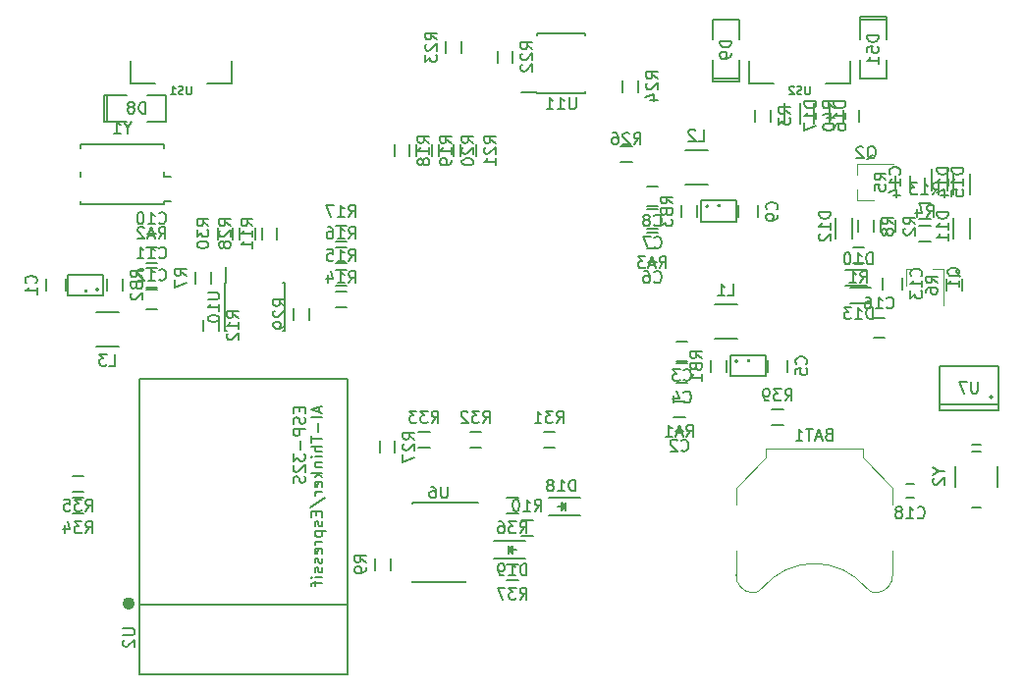
<source format=gbo>
G04 #@! TF.FileFunction,Legend,Bot*
%FSLAX46Y46*%
G04 Gerber Fmt 4.6, Leading zero omitted, Abs format (unit mm)*
G04 Created by KiCad (PCBNEW 4.0.5+dfsg1-4) date Thu May 18 12:18:00 2017*
%MOMM*%
%LPD*%
G01*
G04 APERTURE LIST*
%ADD10C,0.100000*%
%ADD11C,0.120000*%
%ADD12C,0.150000*%
%ADD13C,0.500000*%
%ADD14C,0.037500*%
G04 APERTURE END LIST*
D10*
D11*
X161075385Y-111454160D02*
G75*
G03X161990000Y-111070000I124615J984160D01*
G01*
X171904615Y-111454160D02*
G75*
G02X170990000Y-111070000I-124615J984160D01*
G01*
X161999339Y-111058671D02*
G75*
G02X170990000Y-111070000I4490661J-3711329D01*
G01*
X159740000Y-109920000D02*
G75*
G03X161190000Y-111470000I1500000J-50000D01*
G01*
X173240000Y-109920000D02*
G75*
G02X171790000Y-111470000I-1500000J-50000D01*
G01*
X159740000Y-107870000D02*
X159740000Y-109970000D01*
X173240000Y-107870000D02*
X173240000Y-109970000D01*
X173240000Y-103870000D02*
X173240000Y-102420000D01*
X173240000Y-102420000D02*
X170640000Y-99820000D01*
X170640000Y-99820000D02*
X170640000Y-99020000D01*
X170640000Y-99020000D02*
X162340000Y-99020000D01*
X162340000Y-99020000D02*
X162340000Y-99820000D01*
X162340000Y-99820000D02*
X159740000Y-102420000D01*
X159740000Y-102420000D02*
X159740000Y-103870000D01*
D12*
X170427000Y-62055000D02*
X170427000Y-61801000D01*
X170427000Y-61801000D02*
X172713000Y-61801000D01*
X172713000Y-61801000D02*
X172713000Y-62055000D01*
X170427000Y-62055000D02*
X172713000Y-62055000D01*
X172713000Y-62055000D02*
X172713000Y-63706000D01*
X170427000Y-65484000D02*
X170427000Y-67135000D01*
X170427000Y-67135000D02*
X172713000Y-67135000D01*
X172713000Y-67135000D02*
X172713000Y-65484000D01*
X170427000Y-63706000D02*
X170427000Y-62055000D01*
X157870000Y-89565000D02*
X159870000Y-89565000D01*
X159870000Y-86615000D02*
X157870000Y-86615000D01*
X159886803Y-91500000D02*
G75*
G03X159886803Y-91500000I-111803J0D01*
G01*
X159275000Y-92800000D02*
X162275000Y-92800000D01*
X162275000Y-92800000D02*
X162275000Y-91000000D01*
X162275000Y-91000000D02*
X159275000Y-91000000D01*
X159275000Y-91000000D02*
X159275000Y-92800000D01*
X155330000Y-76230000D02*
X157330000Y-76230000D01*
X157330000Y-73280000D02*
X155330000Y-73280000D01*
X157346803Y-78135000D02*
G75*
G03X157346803Y-78135000I-111803J0D01*
G01*
X156735000Y-79435000D02*
X159735000Y-79435000D01*
X159735000Y-79435000D02*
X159735000Y-77635000D01*
X159735000Y-77635000D02*
X156735000Y-77635000D01*
X156735000Y-77635000D02*
X156735000Y-79435000D01*
X106530000Y-87250000D02*
X104530000Y-87250000D01*
X104530000Y-90200000D02*
X106530000Y-90200000D01*
X104736803Y-85315000D02*
G75*
G03X104736803Y-85315000I-111803J0D01*
G01*
X105125000Y-84015000D02*
X102125000Y-84015000D01*
X102125000Y-84015000D02*
X102125000Y-85815000D01*
X102125000Y-85815000D02*
X105125000Y-85815000D01*
X105125000Y-85815000D02*
X105125000Y-84015000D01*
X100235000Y-85415000D02*
X100235000Y-84415000D01*
X101935000Y-84415000D02*
X101935000Y-85415000D01*
X155560000Y-91480000D02*
X154560000Y-91480000D01*
X154560000Y-89780000D02*
X155560000Y-89780000D01*
X155560000Y-93385000D02*
X154560000Y-93385000D01*
X154560000Y-91685000D02*
X155560000Y-91685000D01*
X164165000Y-91400000D02*
X164165000Y-92400000D01*
X162465000Y-92400000D02*
X162465000Y-91400000D01*
X153020000Y-80050000D02*
X152020000Y-80050000D01*
X152020000Y-78350000D02*
X153020000Y-78350000D01*
X153020000Y-78145000D02*
X152020000Y-78145000D01*
X152020000Y-76445000D02*
X153020000Y-76445000D01*
X161625000Y-78065000D02*
X161625000Y-79065000D01*
X159925000Y-79065000D02*
X159925000Y-78065000D01*
X108840000Y-83430000D02*
X109840000Y-83430000D01*
X109840000Y-85130000D02*
X108840000Y-85130000D01*
X108840000Y-85335000D02*
X109840000Y-85335000D01*
X109840000Y-87035000D02*
X108840000Y-87035000D01*
X105530000Y-70818000D02*
X105276000Y-70818000D01*
X105276000Y-70818000D02*
X105276000Y-68532000D01*
X105276000Y-68532000D02*
X105530000Y-68532000D01*
X105530000Y-70818000D02*
X105530000Y-68532000D01*
X105530000Y-68532000D02*
X107181000Y-68532000D01*
X108959000Y-70818000D02*
X110610000Y-70818000D01*
X110610000Y-70818000D02*
X110610000Y-68532000D01*
X110610000Y-68532000D02*
X108959000Y-68532000D01*
X107181000Y-70818000D02*
X105530000Y-70818000D01*
X160013000Y-67135000D02*
X160013000Y-67389000D01*
X160013000Y-67389000D02*
X157727000Y-67389000D01*
X157727000Y-67389000D02*
X157727000Y-67135000D01*
X160013000Y-67135000D02*
X157727000Y-67135000D01*
X157727000Y-67135000D02*
X157727000Y-65484000D01*
X160013000Y-63706000D02*
X160013000Y-62055000D01*
X160013000Y-62055000D02*
X157727000Y-62055000D01*
X157727000Y-62055000D02*
X157727000Y-63706000D01*
X160013000Y-65484000D02*
X160013000Y-67135000D01*
X181857000Y-94567000D02*
G75*
G03X181857000Y-94567000I-127000J0D01*
G01*
X182365000Y-95202000D02*
X177285000Y-95202000D01*
X182365000Y-91900000D02*
X177285000Y-91900000D01*
X182365000Y-95710000D02*
X177285000Y-95710000D01*
X182365000Y-95710000D02*
X182365000Y-91900000D01*
X177285000Y-95710000D02*
X177285000Y-91900000D01*
X174071000Y-84288000D02*
X174071000Y-85288000D01*
X172371000Y-85288000D02*
X172371000Y-84288000D01*
X169200000Y-83580000D02*
X171000000Y-83580000D01*
X169200000Y-84980000D02*
X171000000Y-84980000D01*
X178490000Y-80935000D02*
X178490000Y-79135000D01*
X179890000Y-80935000D02*
X179890000Y-79135000D01*
X177985000Y-74925000D02*
X177985000Y-76725000D01*
X176585000Y-74925000D02*
X176585000Y-76725000D01*
X168330000Y-80935000D02*
X168330000Y-79135000D01*
X169730000Y-80935000D02*
X169730000Y-79135000D01*
D11*
X174435000Y-83520000D02*
X175365000Y-83520000D01*
X177595000Y-83520000D02*
X176665000Y-83520000D01*
X177595000Y-83520000D02*
X177595000Y-86680000D01*
X174435000Y-83520000D02*
X174435000Y-84980000D01*
X170175000Y-77605000D02*
X170175000Y-76675000D01*
X170175000Y-74445000D02*
X170175000Y-75375000D01*
X170175000Y-74445000D02*
X173335000Y-74445000D01*
X170175000Y-77605000D02*
X171635000Y-77605000D01*
D12*
X154510000Y-97510000D02*
X155210000Y-97510000D01*
X155210000Y-96310000D02*
X154510000Y-96310000D01*
X152170000Y-82975000D02*
X152870000Y-82975000D01*
X152870000Y-81775000D02*
X152170000Y-81775000D01*
X109690000Y-80505000D02*
X108990000Y-80505000D01*
X108990000Y-81705000D02*
X109690000Y-81705000D01*
X174780000Y-75675000D02*
X174780000Y-76375000D01*
X175980000Y-76375000D02*
X175980000Y-75675000D01*
X170800000Y-81700000D02*
X169800000Y-81700000D01*
X169800000Y-83050000D02*
X170800000Y-83050000D01*
X172165000Y-79335000D02*
X172165000Y-80335000D01*
X173515000Y-80335000D02*
X173515000Y-79335000D01*
X175515000Y-81145000D02*
X176515000Y-81145000D01*
X176515000Y-79795000D02*
X175515000Y-79795000D01*
X174785000Y-76525000D02*
X174785000Y-75525000D01*
X173435000Y-75525000D02*
X173435000Y-76525000D01*
X179230000Y-85415000D02*
X179230000Y-84415000D01*
X177880000Y-84415000D02*
X177880000Y-85415000D01*
X114460000Y-84780000D02*
X114460000Y-83780000D01*
X113110000Y-83780000D02*
X113110000Y-84780000D01*
X170260000Y-79335000D02*
X170260000Y-80335000D01*
X171610000Y-80335000D02*
X171610000Y-79335000D01*
X129955000Y-109500000D02*
X129955000Y-108500000D01*
X128605000Y-108500000D02*
X128605000Y-109500000D01*
X141225000Y-106545000D02*
X142225000Y-106545000D01*
X142225000Y-105195000D02*
X141225000Y-105195000D01*
X175515000Y-79240000D02*
X176515000Y-79240000D01*
X176515000Y-77890000D02*
X175515000Y-77890000D01*
X155360000Y-94965000D02*
X154360000Y-94965000D01*
X154360000Y-96315000D02*
X155360000Y-96315000D01*
X108840000Y-83050000D02*
X109840000Y-83050000D01*
X109840000Y-81700000D02*
X108840000Y-81700000D01*
X153020000Y-80430000D02*
X152020000Y-80430000D01*
X152020000Y-81780000D02*
X153020000Y-81780000D01*
X158910000Y-92400000D02*
X158910000Y-91400000D01*
X157560000Y-91400000D02*
X157560000Y-92400000D01*
X105490000Y-84415000D02*
X105490000Y-85415000D01*
X106840000Y-85415000D02*
X106840000Y-84415000D01*
X156370000Y-79065000D02*
X156370000Y-78065000D01*
X155020000Y-78065000D02*
X155020000Y-79065000D01*
X125182000Y-86860000D02*
X126182000Y-86860000D01*
X126182000Y-85510000D02*
X125182000Y-85510000D01*
X125182000Y-84954000D02*
X126182000Y-84954000D01*
X126182000Y-83604000D02*
X125182000Y-83604000D01*
X125182000Y-83050000D02*
X126182000Y-83050000D01*
X126182000Y-81700000D02*
X125182000Y-81700000D01*
X125182000Y-81145000D02*
X126182000Y-81145000D01*
X126182000Y-79795000D02*
X125182000Y-79795000D01*
X130255000Y-72817000D02*
X130255000Y-73817000D01*
X131605000Y-73817000D02*
X131605000Y-72817000D01*
X132160000Y-72817000D02*
X132160000Y-73817000D01*
X133510000Y-73817000D02*
X133510000Y-72817000D01*
X134065000Y-72817000D02*
X134065000Y-73817000D01*
X135415000Y-73817000D02*
X135415000Y-72817000D01*
X135970000Y-72817000D02*
X135970000Y-73817000D01*
X137320000Y-73817000D02*
X137320000Y-72817000D01*
X115655000Y-84745000D02*
X115705000Y-84745000D01*
X115655000Y-88895000D02*
X115800000Y-88895000D01*
X120805000Y-88895000D02*
X120660000Y-88895000D01*
X120805000Y-84745000D02*
X120660000Y-84745000D01*
X115655000Y-84745000D02*
X115655000Y-88895000D01*
X120805000Y-84745000D02*
X120805000Y-88895000D01*
X115705000Y-84745000D02*
X115705000Y-83345000D01*
X174395000Y-103295000D02*
X175095000Y-103295000D01*
X175095000Y-102095000D02*
X174395000Y-102095000D01*
X142605000Y-68375000D02*
X142605000Y-68325000D01*
X146755000Y-68375000D02*
X146755000Y-68230000D01*
X146755000Y-63225000D02*
X146755000Y-63370000D01*
X142605000Y-63225000D02*
X142605000Y-63370000D01*
X142605000Y-68375000D02*
X146755000Y-68375000D01*
X142605000Y-63225000D02*
X146755000Y-63225000D01*
X142605000Y-68325000D02*
X141205000Y-68325000D01*
X171400000Y-86504000D02*
X169600000Y-86504000D01*
X171400000Y-85104000D02*
X169600000Y-85104000D01*
X178490000Y-77125000D02*
X178490000Y-75325000D01*
X179890000Y-77125000D02*
X179890000Y-75325000D01*
D13*
X107638415Y-112384338D02*
G75*
G03X107638415Y-112384338I-283981J0D01*
G01*
D12*
X126260434Y-112530338D02*
X108260434Y-112530338D01*
X108260434Y-118530338D02*
X108260434Y-93030338D01*
X126260434Y-118530338D02*
X126260434Y-93030338D01*
X126260434Y-93030338D02*
X108260434Y-93030338D01*
X126260434Y-118530338D02*
X108260434Y-118530338D01*
X167825000Y-69210000D02*
X167825000Y-71010000D01*
X166425000Y-69210000D02*
X166425000Y-71010000D01*
X165285000Y-69210000D02*
X165285000Y-71010000D01*
X163885000Y-69210000D02*
X163885000Y-71010000D01*
X161370000Y-69810000D02*
X161370000Y-70810000D01*
X162720000Y-70810000D02*
X162720000Y-69810000D01*
X139145000Y-64730000D02*
X139145000Y-65730000D01*
X140495000Y-65730000D02*
X140495000Y-64730000D01*
X136050000Y-64900000D02*
X136050000Y-63900000D01*
X134700000Y-63900000D02*
X134700000Y-64900000D01*
X149940000Y-67270000D02*
X149940000Y-68270000D01*
X151290000Y-68270000D02*
X151290000Y-67270000D01*
X149780000Y-74275000D02*
X150780000Y-74275000D01*
X150780000Y-72925000D02*
X149780000Y-72925000D01*
X131780000Y-103690000D02*
X131780000Y-103790000D01*
X131780000Y-110515000D02*
X131780000Y-110490000D01*
X136430000Y-110515000D02*
X136430000Y-110490000D01*
X137505000Y-103690000D02*
X131780000Y-103690000D01*
X136430000Y-110515000D02*
X131780000Y-110515000D01*
X120175000Y-80970000D02*
X120175000Y-79970000D01*
X118825000Y-79970000D02*
X118825000Y-80970000D01*
X113805000Y-87900000D02*
X113805000Y-88900000D01*
X115155000Y-88900000D02*
X115155000Y-87900000D01*
X128985000Y-98385000D02*
X128985000Y-99385000D01*
X130335000Y-99385000D02*
X130335000Y-98385000D01*
X118270000Y-80970000D02*
X118270000Y-79970000D01*
X116920000Y-79970000D02*
X116920000Y-80970000D01*
X122955000Y-87900000D02*
X122955000Y-86900000D01*
X121605000Y-86900000D02*
X121605000Y-87900000D01*
X116365000Y-80970000D02*
X116365000Y-79970000D01*
X115015000Y-79970000D02*
X115015000Y-80970000D01*
X143130000Y-98925000D02*
X144130000Y-98925000D01*
X144130000Y-97575000D02*
X143130000Y-97575000D01*
X136780000Y-98925000D02*
X137780000Y-98925000D01*
X137780000Y-97575000D02*
X136780000Y-97575000D01*
X132335000Y-98925000D02*
X133335000Y-98925000D01*
X133335000Y-97575000D02*
X132335000Y-97575000D01*
X103490000Y-103290000D02*
X102490000Y-103290000D01*
X102490000Y-104640000D02*
X103490000Y-104640000D01*
X180079000Y-99266000D02*
X180841000Y-99266000D01*
X182260000Y-100525000D02*
X182260000Y-102325000D01*
X180860000Y-104125000D02*
X180060000Y-104125000D01*
X178660000Y-102325000D02*
X178660000Y-100525000D01*
X180060000Y-98725000D02*
X180860000Y-98725000D01*
X110400000Y-77690000D02*
X110950000Y-77690000D01*
X103200000Y-77990000D02*
X103200000Y-77690000D01*
X103200000Y-72790000D02*
X103200000Y-73090000D01*
X110400000Y-72790000D02*
X110400000Y-73090000D01*
X110400000Y-77990000D02*
X110400000Y-77690000D01*
X110400000Y-77990000D02*
X103200000Y-77990000D01*
X110400000Y-75590000D02*
X110950000Y-75590000D01*
X110400000Y-72790000D02*
X103200000Y-72790000D01*
X103200000Y-75590000D02*
X103200000Y-75190000D01*
X110400000Y-75590000D02*
X110400000Y-75190000D01*
X103490000Y-101385000D02*
X102490000Y-101385000D01*
X102490000Y-102735000D02*
X103490000Y-102735000D01*
X146280000Y-104750000D02*
X143580000Y-104750000D01*
X146280000Y-103250000D02*
X143580000Y-103250000D01*
X144780000Y-104150000D02*
X144780000Y-103900000D01*
X144780000Y-103900000D02*
X144930000Y-104050000D01*
X145030000Y-103650000D02*
X145030000Y-104350000D01*
X144680000Y-104000000D02*
X144330000Y-104000000D01*
X145030000Y-104000000D02*
X144680000Y-103650000D01*
X144680000Y-103650000D02*
X144680000Y-104350000D01*
X144680000Y-104350000D02*
X145030000Y-104000000D01*
X138855000Y-107025000D02*
X141555000Y-107025000D01*
X138855000Y-108525000D02*
X141555000Y-108525000D01*
X140355000Y-107625000D02*
X140355000Y-107875000D01*
X140355000Y-107875000D02*
X140205000Y-107725000D01*
X140105000Y-108125000D02*
X140105000Y-107425000D01*
X140455000Y-107775000D02*
X140805000Y-107775000D01*
X140105000Y-107775000D02*
X140455000Y-108125000D01*
X140455000Y-108125000D02*
X140455000Y-107425000D01*
X140455000Y-107425000D02*
X140105000Y-107775000D01*
X140955000Y-103290000D02*
X139955000Y-103290000D01*
X139955000Y-104640000D02*
X140955000Y-104640000D01*
X140955000Y-109005000D02*
X139955000Y-109005000D01*
X139955000Y-110355000D02*
X140955000Y-110355000D01*
X107480000Y-65560000D02*
X107480000Y-67560000D01*
X107480000Y-67560000D02*
X109630000Y-67560000D01*
X114130000Y-67560000D02*
X116280000Y-67560000D01*
X116280000Y-67560000D02*
X116280000Y-65610000D01*
X160820000Y-65560000D02*
X160820000Y-67560000D01*
X160820000Y-67560000D02*
X162970000Y-67560000D01*
X167470000Y-67560000D02*
X169620000Y-67560000D01*
X169620000Y-67560000D02*
X169620000Y-65610000D01*
X171580000Y-87750000D02*
X172580000Y-87750000D01*
X172580000Y-89450000D02*
X171580000Y-89450000D01*
X162815000Y-97020000D02*
X163815000Y-97020000D01*
X163815000Y-95670000D02*
X162815000Y-95670000D01*
X170340000Y-70810000D02*
X170340000Y-69810000D01*
X168990000Y-69810000D02*
X168990000Y-70810000D01*
X167704285Y-97798571D02*
X167561428Y-97846190D01*
X167513809Y-97893810D01*
X167466190Y-97989048D01*
X167466190Y-98131905D01*
X167513809Y-98227143D01*
X167561428Y-98274762D01*
X167656666Y-98322381D01*
X168037619Y-98322381D01*
X168037619Y-97322381D01*
X167704285Y-97322381D01*
X167609047Y-97370000D01*
X167561428Y-97417619D01*
X167513809Y-97512857D01*
X167513809Y-97608095D01*
X167561428Y-97703333D01*
X167609047Y-97750952D01*
X167704285Y-97798571D01*
X168037619Y-97798571D01*
X167085238Y-98036667D02*
X166609047Y-98036667D01*
X167180476Y-98322381D02*
X166847143Y-97322381D01*
X166513809Y-98322381D01*
X166323333Y-97322381D02*
X165751904Y-97322381D01*
X166037619Y-98322381D02*
X166037619Y-97322381D01*
X164894761Y-98322381D02*
X165466190Y-98322381D01*
X165180476Y-98322381D02*
X165180476Y-97322381D01*
X165275714Y-97465238D01*
X165370952Y-97560476D01*
X165466190Y-97608095D01*
X172022381Y-63380714D02*
X171022381Y-63380714D01*
X171022381Y-63618809D01*
X171070000Y-63761667D01*
X171165238Y-63856905D01*
X171260476Y-63904524D01*
X171450952Y-63952143D01*
X171593810Y-63952143D01*
X171784286Y-63904524D01*
X171879524Y-63856905D01*
X171974762Y-63761667D01*
X172022381Y-63618809D01*
X172022381Y-63380714D01*
X171022381Y-64856905D02*
X171022381Y-64380714D01*
X171498571Y-64333095D01*
X171450952Y-64380714D01*
X171403333Y-64475952D01*
X171403333Y-64714048D01*
X171450952Y-64809286D01*
X171498571Y-64856905D01*
X171593810Y-64904524D01*
X171831905Y-64904524D01*
X171927143Y-64856905D01*
X171974762Y-64809286D01*
X172022381Y-64714048D01*
X172022381Y-64475952D01*
X171974762Y-64380714D01*
X171927143Y-64333095D01*
X172022381Y-65856905D02*
X172022381Y-65285476D01*
X172022381Y-65571190D02*
X171022381Y-65571190D01*
X171165238Y-65475952D01*
X171260476Y-65380714D01*
X171308095Y-65285476D01*
X159036666Y-85842381D02*
X159512857Y-85842381D01*
X159512857Y-84842381D01*
X158179523Y-85842381D02*
X158750952Y-85842381D01*
X158465238Y-85842381D02*
X158465238Y-84842381D01*
X158560476Y-84985238D01*
X158655714Y-85080476D01*
X158750952Y-85128095D01*
D14*
X160889286Y-91317857D02*
X160889286Y-91439286D01*
X160882143Y-91453571D01*
X160875000Y-91460714D01*
X160860714Y-91467857D01*
X160832143Y-91467857D01*
X160817857Y-91460714D01*
X160810714Y-91453571D01*
X160803571Y-91439286D01*
X160803571Y-91317857D01*
X160746428Y-91317857D02*
X160653571Y-91317857D01*
X160703571Y-91375000D01*
X160682143Y-91375000D01*
X160667857Y-91382143D01*
X160660714Y-91389286D01*
X160653571Y-91403571D01*
X160653571Y-91439286D01*
X160660714Y-91453571D01*
X160667857Y-91460714D01*
X160682143Y-91467857D01*
X160725000Y-91467857D01*
X160739286Y-91460714D01*
X160746428Y-91453571D01*
D12*
X156496666Y-72507381D02*
X156972857Y-72507381D01*
X156972857Y-71507381D01*
X156210952Y-71602619D02*
X156163333Y-71555000D01*
X156068095Y-71507381D01*
X155829999Y-71507381D01*
X155734761Y-71555000D01*
X155687142Y-71602619D01*
X155639523Y-71697857D01*
X155639523Y-71793095D01*
X155687142Y-71935952D01*
X156258571Y-72507381D01*
X155639523Y-72507381D01*
D14*
X158349286Y-77952857D02*
X158349286Y-78074286D01*
X158342143Y-78088571D01*
X158335000Y-78095714D01*
X158320714Y-78102857D01*
X158292143Y-78102857D01*
X158277857Y-78095714D01*
X158270714Y-78088571D01*
X158263571Y-78074286D01*
X158263571Y-77952857D01*
X158127857Y-78002857D02*
X158127857Y-78102857D01*
X158163571Y-77945714D02*
X158199286Y-78052857D01*
X158106428Y-78052857D01*
D12*
X105696666Y-91877381D02*
X106172857Y-91877381D01*
X106172857Y-90877381D01*
X105458571Y-90877381D02*
X104839523Y-90877381D01*
X105172857Y-91258333D01*
X105029999Y-91258333D01*
X104934761Y-91305952D01*
X104887142Y-91353571D01*
X104839523Y-91448810D01*
X104839523Y-91686905D01*
X104887142Y-91782143D01*
X104934761Y-91829762D01*
X105029999Y-91877381D01*
X105315714Y-91877381D01*
X105410952Y-91829762D01*
X105458571Y-91782143D01*
D14*
X103739286Y-85332857D02*
X103739286Y-85454286D01*
X103732143Y-85468571D01*
X103725000Y-85475714D01*
X103710714Y-85482857D01*
X103682143Y-85482857D01*
X103667857Y-85475714D01*
X103660714Y-85468571D01*
X103653571Y-85454286D01*
X103653571Y-85332857D01*
X103510714Y-85332857D02*
X103582143Y-85332857D01*
X103589286Y-85404286D01*
X103582143Y-85397143D01*
X103567857Y-85390000D01*
X103532143Y-85390000D01*
X103517857Y-85397143D01*
X103510714Y-85404286D01*
X103503571Y-85418571D01*
X103503571Y-85454286D01*
X103510714Y-85468571D01*
X103517857Y-85475714D01*
X103532143Y-85482857D01*
X103567857Y-85482857D01*
X103582143Y-85475714D01*
X103589286Y-85468571D01*
D12*
X99342143Y-84748334D02*
X99389762Y-84700715D01*
X99437381Y-84557858D01*
X99437381Y-84462620D01*
X99389762Y-84319762D01*
X99294524Y-84224524D01*
X99199286Y-84176905D01*
X99008810Y-84129286D01*
X98865952Y-84129286D01*
X98675476Y-84176905D01*
X98580238Y-84224524D01*
X98485000Y-84319762D01*
X98437381Y-84462620D01*
X98437381Y-84557858D01*
X98485000Y-84700715D01*
X98532619Y-84748334D01*
X99437381Y-85700715D02*
X99437381Y-85129286D01*
X99437381Y-85415000D02*
X98437381Y-85415000D01*
X98580238Y-85319762D01*
X98675476Y-85224524D01*
X98723095Y-85129286D01*
X155226666Y-93087143D02*
X155274285Y-93134762D01*
X155417142Y-93182381D01*
X155512380Y-93182381D01*
X155655238Y-93134762D01*
X155750476Y-93039524D01*
X155798095Y-92944286D01*
X155845714Y-92753810D01*
X155845714Y-92610952D01*
X155798095Y-92420476D01*
X155750476Y-92325238D01*
X155655238Y-92230000D01*
X155512380Y-92182381D01*
X155417142Y-92182381D01*
X155274285Y-92230000D01*
X155226666Y-92277619D01*
X154893333Y-92182381D02*
X154274285Y-92182381D01*
X154607619Y-92563333D01*
X154464761Y-92563333D01*
X154369523Y-92610952D01*
X154321904Y-92658571D01*
X154274285Y-92753810D01*
X154274285Y-92991905D01*
X154321904Y-93087143D01*
X154369523Y-93134762D01*
X154464761Y-93182381D01*
X154750476Y-93182381D01*
X154845714Y-93134762D01*
X154893333Y-93087143D01*
X155226666Y-94992143D02*
X155274285Y-95039762D01*
X155417142Y-95087381D01*
X155512380Y-95087381D01*
X155655238Y-95039762D01*
X155750476Y-94944524D01*
X155798095Y-94849286D01*
X155845714Y-94658810D01*
X155845714Y-94515952D01*
X155798095Y-94325476D01*
X155750476Y-94230238D01*
X155655238Y-94135000D01*
X155512380Y-94087381D01*
X155417142Y-94087381D01*
X155274285Y-94135000D01*
X155226666Y-94182619D01*
X154369523Y-94420714D02*
X154369523Y-95087381D01*
X154607619Y-94039762D02*
X154845714Y-94754048D01*
X154226666Y-94754048D01*
X165772143Y-91733334D02*
X165819762Y-91685715D01*
X165867381Y-91542858D01*
X165867381Y-91447620D01*
X165819762Y-91304762D01*
X165724524Y-91209524D01*
X165629286Y-91161905D01*
X165438810Y-91114286D01*
X165295952Y-91114286D01*
X165105476Y-91161905D01*
X165010238Y-91209524D01*
X164915000Y-91304762D01*
X164867381Y-91447620D01*
X164867381Y-91542858D01*
X164915000Y-91685715D01*
X164962619Y-91733334D01*
X164867381Y-92638096D02*
X164867381Y-92161905D01*
X165343571Y-92114286D01*
X165295952Y-92161905D01*
X165248333Y-92257143D01*
X165248333Y-92495239D01*
X165295952Y-92590477D01*
X165343571Y-92638096D01*
X165438810Y-92685715D01*
X165676905Y-92685715D01*
X165772143Y-92638096D01*
X165819762Y-92590477D01*
X165867381Y-92495239D01*
X165867381Y-92257143D01*
X165819762Y-92161905D01*
X165772143Y-92114286D01*
X152686666Y-81657143D02*
X152734285Y-81704762D01*
X152877142Y-81752381D01*
X152972380Y-81752381D01*
X153115238Y-81704762D01*
X153210476Y-81609524D01*
X153258095Y-81514286D01*
X153305714Y-81323810D01*
X153305714Y-81180952D01*
X153258095Y-80990476D01*
X153210476Y-80895238D01*
X153115238Y-80800000D01*
X152972380Y-80752381D01*
X152877142Y-80752381D01*
X152734285Y-80800000D01*
X152686666Y-80847619D01*
X152353333Y-80752381D02*
X151686666Y-80752381D01*
X152115238Y-81752381D01*
X152686666Y-79752143D02*
X152734285Y-79799762D01*
X152877142Y-79847381D01*
X152972380Y-79847381D01*
X153115238Y-79799762D01*
X153210476Y-79704524D01*
X153258095Y-79609286D01*
X153305714Y-79418810D01*
X153305714Y-79275952D01*
X153258095Y-79085476D01*
X153210476Y-78990238D01*
X153115238Y-78895000D01*
X152972380Y-78847381D01*
X152877142Y-78847381D01*
X152734285Y-78895000D01*
X152686666Y-78942619D01*
X152115238Y-79275952D02*
X152210476Y-79228333D01*
X152258095Y-79180714D01*
X152305714Y-79085476D01*
X152305714Y-79037857D01*
X152258095Y-78942619D01*
X152210476Y-78895000D01*
X152115238Y-78847381D01*
X151924761Y-78847381D01*
X151829523Y-78895000D01*
X151781904Y-78942619D01*
X151734285Y-79037857D01*
X151734285Y-79085476D01*
X151781904Y-79180714D01*
X151829523Y-79228333D01*
X151924761Y-79275952D01*
X152115238Y-79275952D01*
X152210476Y-79323571D01*
X152258095Y-79371190D01*
X152305714Y-79466429D01*
X152305714Y-79656905D01*
X152258095Y-79752143D01*
X152210476Y-79799762D01*
X152115238Y-79847381D01*
X151924761Y-79847381D01*
X151829523Y-79799762D01*
X151781904Y-79752143D01*
X151734285Y-79656905D01*
X151734285Y-79466429D01*
X151781904Y-79371190D01*
X151829523Y-79323571D01*
X151924761Y-79275952D01*
X163232143Y-78398334D02*
X163279762Y-78350715D01*
X163327381Y-78207858D01*
X163327381Y-78112620D01*
X163279762Y-77969762D01*
X163184524Y-77874524D01*
X163089286Y-77826905D01*
X162898810Y-77779286D01*
X162755952Y-77779286D01*
X162565476Y-77826905D01*
X162470238Y-77874524D01*
X162375000Y-77969762D01*
X162327381Y-78112620D01*
X162327381Y-78207858D01*
X162375000Y-78350715D01*
X162422619Y-78398334D01*
X163327381Y-78874524D02*
X163327381Y-79065000D01*
X163279762Y-79160239D01*
X163232143Y-79207858D01*
X163089286Y-79303096D01*
X162898810Y-79350715D01*
X162517857Y-79350715D01*
X162422619Y-79303096D01*
X162375000Y-79255477D01*
X162327381Y-79160239D01*
X162327381Y-78969762D01*
X162375000Y-78874524D01*
X162422619Y-78826905D01*
X162517857Y-78779286D01*
X162755952Y-78779286D01*
X162851190Y-78826905D01*
X162898810Y-78874524D01*
X162946429Y-78969762D01*
X162946429Y-79160239D01*
X162898810Y-79255477D01*
X162851190Y-79303096D01*
X162755952Y-79350715D01*
X109982857Y-82537143D02*
X110030476Y-82584762D01*
X110173333Y-82632381D01*
X110268571Y-82632381D01*
X110411429Y-82584762D01*
X110506667Y-82489524D01*
X110554286Y-82394286D01*
X110601905Y-82203810D01*
X110601905Y-82060952D01*
X110554286Y-81870476D01*
X110506667Y-81775238D01*
X110411429Y-81680000D01*
X110268571Y-81632381D01*
X110173333Y-81632381D01*
X110030476Y-81680000D01*
X109982857Y-81727619D01*
X109030476Y-82632381D02*
X109601905Y-82632381D01*
X109316191Y-82632381D02*
X109316191Y-81632381D01*
X109411429Y-81775238D01*
X109506667Y-81870476D01*
X109601905Y-81918095D01*
X108078095Y-82632381D02*
X108649524Y-82632381D01*
X108363810Y-82632381D02*
X108363810Y-81632381D01*
X108459048Y-81775238D01*
X108554286Y-81870476D01*
X108649524Y-81918095D01*
X109982857Y-84442143D02*
X110030476Y-84489762D01*
X110173333Y-84537381D01*
X110268571Y-84537381D01*
X110411429Y-84489762D01*
X110506667Y-84394524D01*
X110554286Y-84299286D01*
X110601905Y-84108810D01*
X110601905Y-83965952D01*
X110554286Y-83775476D01*
X110506667Y-83680238D01*
X110411429Y-83585000D01*
X110268571Y-83537381D01*
X110173333Y-83537381D01*
X110030476Y-83585000D01*
X109982857Y-83632619D01*
X109030476Y-84537381D02*
X109601905Y-84537381D01*
X109316191Y-84537381D02*
X109316191Y-83537381D01*
X109411429Y-83680238D01*
X109506667Y-83775476D01*
X109601905Y-83823095D01*
X108649524Y-83632619D02*
X108601905Y-83585000D01*
X108506667Y-83537381D01*
X108268571Y-83537381D01*
X108173333Y-83585000D01*
X108125714Y-83632619D01*
X108078095Y-83727857D01*
X108078095Y-83823095D01*
X108125714Y-83965952D01*
X108697143Y-84537381D01*
X108078095Y-84537381D01*
X108808095Y-70127381D02*
X108808095Y-69127381D01*
X108570000Y-69127381D01*
X108427142Y-69175000D01*
X108331904Y-69270238D01*
X108284285Y-69365476D01*
X108236666Y-69555952D01*
X108236666Y-69698810D01*
X108284285Y-69889286D01*
X108331904Y-69984524D01*
X108427142Y-70079762D01*
X108570000Y-70127381D01*
X108808095Y-70127381D01*
X107665238Y-69555952D02*
X107760476Y-69508333D01*
X107808095Y-69460714D01*
X107855714Y-69365476D01*
X107855714Y-69317857D01*
X107808095Y-69222619D01*
X107760476Y-69175000D01*
X107665238Y-69127381D01*
X107474761Y-69127381D01*
X107379523Y-69175000D01*
X107331904Y-69222619D01*
X107284285Y-69317857D01*
X107284285Y-69365476D01*
X107331904Y-69460714D01*
X107379523Y-69508333D01*
X107474761Y-69555952D01*
X107665238Y-69555952D01*
X107760476Y-69603571D01*
X107808095Y-69651190D01*
X107855714Y-69746429D01*
X107855714Y-69936905D01*
X107808095Y-70032143D01*
X107760476Y-70079762D01*
X107665238Y-70127381D01*
X107474761Y-70127381D01*
X107379523Y-70079762D01*
X107331904Y-70032143D01*
X107284285Y-69936905D01*
X107284285Y-69746429D01*
X107331904Y-69651190D01*
X107379523Y-69603571D01*
X107474761Y-69555952D01*
X159322381Y-63856905D02*
X158322381Y-63856905D01*
X158322381Y-64095000D01*
X158370000Y-64237858D01*
X158465238Y-64333096D01*
X158560476Y-64380715D01*
X158750952Y-64428334D01*
X158893810Y-64428334D01*
X159084286Y-64380715D01*
X159179524Y-64333096D01*
X159274762Y-64237858D01*
X159322381Y-64095000D01*
X159322381Y-63856905D01*
X159322381Y-64904524D02*
X159322381Y-65095000D01*
X159274762Y-65190239D01*
X159227143Y-65237858D01*
X159084286Y-65333096D01*
X158893810Y-65380715D01*
X158512857Y-65380715D01*
X158417619Y-65333096D01*
X158370000Y-65285477D01*
X158322381Y-65190239D01*
X158322381Y-64999762D01*
X158370000Y-64904524D01*
X158417619Y-64856905D01*
X158512857Y-64809286D01*
X158750952Y-64809286D01*
X158846190Y-64856905D01*
X158893810Y-64904524D01*
X158941429Y-64999762D01*
X158941429Y-65190239D01*
X158893810Y-65285477D01*
X158846190Y-65333096D01*
X158750952Y-65380715D01*
X180586905Y-93257381D02*
X180586905Y-94066905D01*
X180539286Y-94162143D01*
X180491667Y-94209762D01*
X180396429Y-94257381D01*
X180205952Y-94257381D01*
X180110714Y-94209762D01*
X180063095Y-94162143D01*
X180015476Y-94066905D01*
X180015476Y-93257381D01*
X179634524Y-93257381D02*
X178967857Y-93257381D01*
X179396429Y-94257381D01*
X175678143Y-84145143D02*
X175725762Y-84097524D01*
X175773381Y-83954667D01*
X175773381Y-83859429D01*
X175725762Y-83716571D01*
X175630524Y-83621333D01*
X175535286Y-83573714D01*
X175344810Y-83526095D01*
X175201952Y-83526095D01*
X175011476Y-83573714D01*
X174916238Y-83621333D01*
X174821000Y-83716571D01*
X174773381Y-83859429D01*
X174773381Y-83954667D01*
X174821000Y-84097524D01*
X174868619Y-84145143D01*
X175773381Y-85097524D02*
X175773381Y-84526095D01*
X175773381Y-84811809D02*
X174773381Y-84811809D01*
X174916238Y-84716571D01*
X175011476Y-84621333D01*
X175059095Y-84526095D01*
X174773381Y-85430857D02*
X174773381Y-86049905D01*
X175154333Y-85716571D01*
X175154333Y-85859429D01*
X175201952Y-85954667D01*
X175249571Y-86002286D01*
X175344810Y-86049905D01*
X175582905Y-86049905D01*
X175678143Y-86002286D01*
X175725762Y-85954667D01*
X175773381Y-85859429D01*
X175773381Y-85573714D01*
X175725762Y-85478476D01*
X175678143Y-85430857D01*
X171514286Y-83132381D02*
X171514286Y-82132381D01*
X171276191Y-82132381D01*
X171133333Y-82180000D01*
X171038095Y-82275238D01*
X170990476Y-82370476D01*
X170942857Y-82560952D01*
X170942857Y-82703810D01*
X170990476Y-82894286D01*
X171038095Y-82989524D01*
X171133333Y-83084762D01*
X171276191Y-83132381D01*
X171514286Y-83132381D01*
X169990476Y-83132381D02*
X170561905Y-83132381D01*
X170276191Y-83132381D02*
X170276191Y-82132381D01*
X170371429Y-82275238D01*
X170466667Y-82370476D01*
X170561905Y-82418095D01*
X169371429Y-82132381D02*
X169276190Y-82132381D01*
X169180952Y-82180000D01*
X169133333Y-82227619D01*
X169085714Y-82322857D01*
X169038095Y-82513333D01*
X169038095Y-82751429D01*
X169085714Y-82941905D01*
X169133333Y-83037143D01*
X169180952Y-83084762D01*
X169276190Y-83132381D01*
X169371429Y-83132381D01*
X169466667Y-83084762D01*
X169514286Y-83037143D01*
X169561905Y-82941905D01*
X169609524Y-82751429D01*
X169609524Y-82513333D01*
X169561905Y-82322857D01*
X169514286Y-82227619D01*
X169466667Y-82180000D01*
X169371429Y-82132381D01*
X178042381Y-78620714D02*
X177042381Y-78620714D01*
X177042381Y-78858809D01*
X177090000Y-79001667D01*
X177185238Y-79096905D01*
X177280476Y-79144524D01*
X177470952Y-79192143D01*
X177613810Y-79192143D01*
X177804286Y-79144524D01*
X177899524Y-79096905D01*
X177994762Y-79001667D01*
X178042381Y-78858809D01*
X178042381Y-78620714D01*
X178042381Y-80144524D02*
X178042381Y-79573095D01*
X178042381Y-79858809D02*
X177042381Y-79858809D01*
X177185238Y-79763571D01*
X177280476Y-79668333D01*
X177328095Y-79573095D01*
X178042381Y-81096905D02*
X178042381Y-80525476D01*
X178042381Y-80811190D02*
X177042381Y-80811190D01*
X177185238Y-80715952D01*
X177280476Y-80620714D01*
X177328095Y-80525476D01*
X179337381Y-74810714D02*
X178337381Y-74810714D01*
X178337381Y-75048809D01*
X178385000Y-75191667D01*
X178480238Y-75286905D01*
X178575476Y-75334524D01*
X178765952Y-75382143D01*
X178908810Y-75382143D01*
X179099286Y-75334524D01*
X179194524Y-75286905D01*
X179289762Y-75191667D01*
X179337381Y-75048809D01*
X179337381Y-74810714D01*
X179337381Y-76334524D02*
X179337381Y-75763095D01*
X179337381Y-76048809D02*
X178337381Y-76048809D01*
X178480238Y-75953571D01*
X178575476Y-75858333D01*
X178623095Y-75763095D01*
X178337381Y-77239286D02*
X178337381Y-76763095D01*
X178813571Y-76715476D01*
X178765952Y-76763095D01*
X178718333Y-76858333D01*
X178718333Y-77096429D01*
X178765952Y-77191667D01*
X178813571Y-77239286D01*
X178908810Y-77286905D01*
X179146905Y-77286905D01*
X179242143Y-77239286D01*
X179289762Y-77191667D01*
X179337381Y-77096429D01*
X179337381Y-76858333D01*
X179289762Y-76763095D01*
X179242143Y-76715476D01*
X167882381Y-78620714D02*
X166882381Y-78620714D01*
X166882381Y-78858809D01*
X166930000Y-79001667D01*
X167025238Y-79096905D01*
X167120476Y-79144524D01*
X167310952Y-79192143D01*
X167453810Y-79192143D01*
X167644286Y-79144524D01*
X167739524Y-79096905D01*
X167834762Y-79001667D01*
X167882381Y-78858809D01*
X167882381Y-78620714D01*
X167882381Y-80144524D02*
X167882381Y-79573095D01*
X167882381Y-79858809D02*
X166882381Y-79858809D01*
X167025238Y-79763571D01*
X167120476Y-79668333D01*
X167168095Y-79573095D01*
X166977619Y-80525476D02*
X166930000Y-80573095D01*
X166882381Y-80668333D01*
X166882381Y-80906429D01*
X166930000Y-81001667D01*
X166977619Y-81049286D01*
X167072857Y-81096905D01*
X167168095Y-81096905D01*
X167310952Y-81049286D01*
X167882381Y-80477857D01*
X167882381Y-81096905D01*
X179062619Y-84184762D02*
X179015000Y-84089524D01*
X178919762Y-83994286D01*
X178776905Y-83851429D01*
X178729286Y-83756190D01*
X178729286Y-83660952D01*
X178967381Y-83708571D02*
X178919762Y-83613333D01*
X178824524Y-83518095D01*
X178634048Y-83470476D01*
X178300714Y-83470476D01*
X178110238Y-83518095D01*
X178015000Y-83613333D01*
X177967381Y-83708571D01*
X177967381Y-83899048D01*
X178015000Y-83994286D01*
X178110238Y-84089524D01*
X178300714Y-84137143D01*
X178634048Y-84137143D01*
X178824524Y-84089524D01*
X178919762Y-83994286D01*
X178967381Y-83899048D01*
X178967381Y-83708571D01*
X178967381Y-85089524D02*
X178967381Y-84518095D01*
X178967381Y-84803809D02*
X177967381Y-84803809D01*
X178110238Y-84708571D01*
X178205476Y-84613333D01*
X178253095Y-84518095D01*
X171030238Y-74072619D02*
X171125476Y-74025000D01*
X171220714Y-73929762D01*
X171363571Y-73786905D01*
X171458810Y-73739286D01*
X171554048Y-73739286D01*
X171506429Y-73977381D02*
X171601667Y-73929762D01*
X171696905Y-73834524D01*
X171744524Y-73644048D01*
X171744524Y-73310714D01*
X171696905Y-73120238D01*
X171601667Y-73025000D01*
X171506429Y-72977381D01*
X171315952Y-72977381D01*
X171220714Y-73025000D01*
X171125476Y-73120238D01*
X171077857Y-73310714D01*
X171077857Y-73644048D01*
X171125476Y-73834524D01*
X171220714Y-73929762D01*
X171315952Y-73977381D01*
X171506429Y-73977381D01*
X170696905Y-73072619D02*
X170649286Y-73025000D01*
X170554048Y-72977381D01*
X170315952Y-72977381D01*
X170220714Y-73025000D01*
X170173095Y-73072619D01*
X170125476Y-73167857D01*
X170125476Y-73263095D01*
X170173095Y-73405952D01*
X170744524Y-73977381D01*
X170125476Y-73977381D01*
X155026666Y-99167143D02*
X155074285Y-99214762D01*
X155217142Y-99262381D01*
X155312380Y-99262381D01*
X155455238Y-99214762D01*
X155550476Y-99119524D01*
X155598095Y-99024286D01*
X155645714Y-98833810D01*
X155645714Y-98690952D01*
X155598095Y-98500476D01*
X155550476Y-98405238D01*
X155455238Y-98310000D01*
X155312380Y-98262381D01*
X155217142Y-98262381D01*
X155074285Y-98310000D01*
X155026666Y-98357619D01*
X154645714Y-98357619D02*
X154598095Y-98310000D01*
X154502857Y-98262381D01*
X154264761Y-98262381D01*
X154169523Y-98310000D01*
X154121904Y-98357619D01*
X154074285Y-98452857D01*
X154074285Y-98548095D01*
X154121904Y-98690952D01*
X154693333Y-99262381D01*
X154074285Y-99262381D01*
X152686666Y-84632143D02*
X152734285Y-84679762D01*
X152877142Y-84727381D01*
X152972380Y-84727381D01*
X153115238Y-84679762D01*
X153210476Y-84584524D01*
X153258095Y-84489286D01*
X153305714Y-84298810D01*
X153305714Y-84155952D01*
X153258095Y-83965476D01*
X153210476Y-83870238D01*
X153115238Y-83775000D01*
X152972380Y-83727381D01*
X152877142Y-83727381D01*
X152734285Y-83775000D01*
X152686666Y-83822619D01*
X151829523Y-83727381D02*
X152020000Y-83727381D01*
X152115238Y-83775000D01*
X152162857Y-83822619D01*
X152258095Y-83965476D01*
X152305714Y-84155952D01*
X152305714Y-84536905D01*
X152258095Y-84632143D01*
X152210476Y-84679762D01*
X152115238Y-84727381D01*
X151924761Y-84727381D01*
X151829523Y-84679762D01*
X151781904Y-84632143D01*
X151734285Y-84536905D01*
X151734285Y-84298810D01*
X151781904Y-84203571D01*
X151829523Y-84155952D01*
X151924761Y-84108333D01*
X152115238Y-84108333D01*
X152210476Y-84155952D01*
X152258095Y-84203571D01*
X152305714Y-84298810D01*
X109982857Y-79562143D02*
X110030476Y-79609762D01*
X110173333Y-79657381D01*
X110268571Y-79657381D01*
X110411429Y-79609762D01*
X110506667Y-79514524D01*
X110554286Y-79419286D01*
X110601905Y-79228810D01*
X110601905Y-79085952D01*
X110554286Y-78895476D01*
X110506667Y-78800238D01*
X110411429Y-78705000D01*
X110268571Y-78657381D01*
X110173333Y-78657381D01*
X110030476Y-78705000D01*
X109982857Y-78752619D01*
X109030476Y-79657381D02*
X109601905Y-79657381D01*
X109316191Y-79657381D02*
X109316191Y-78657381D01*
X109411429Y-78800238D01*
X109506667Y-78895476D01*
X109601905Y-78943095D01*
X108411429Y-78657381D02*
X108316190Y-78657381D01*
X108220952Y-78705000D01*
X108173333Y-78752619D01*
X108125714Y-78847857D01*
X108078095Y-79038333D01*
X108078095Y-79276429D01*
X108125714Y-79466905D01*
X108173333Y-79562143D01*
X108220952Y-79609762D01*
X108316190Y-79657381D01*
X108411429Y-79657381D01*
X108506667Y-79609762D01*
X108554286Y-79562143D01*
X108601905Y-79466905D01*
X108649524Y-79276429D01*
X108649524Y-79038333D01*
X108601905Y-78847857D01*
X108554286Y-78752619D01*
X108506667Y-78705000D01*
X108411429Y-78657381D01*
X173837143Y-75382143D02*
X173884762Y-75334524D01*
X173932381Y-75191667D01*
X173932381Y-75096429D01*
X173884762Y-74953571D01*
X173789524Y-74858333D01*
X173694286Y-74810714D01*
X173503810Y-74763095D01*
X173360952Y-74763095D01*
X173170476Y-74810714D01*
X173075238Y-74858333D01*
X172980000Y-74953571D01*
X172932381Y-75096429D01*
X172932381Y-75191667D01*
X172980000Y-75334524D01*
X173027619Y-75382143D01*
X173932381Y-76334524D02*
X173932381Y-75763095D01*
X173932381Y-76048809D02*
X172932381Y-76048809D01*
X173075238Y-75953571D01*
X173170476Y-75858333D01*
X173218095Y-75763095D01*
X173265714Y-77191667D02*
X173932381Y-77191667D01*
X172884762Y-76953571D02*
X173599048Y-76715476D01*
X173599048Y-77334524D01*
X170466666Y-84727381D02*
X170800000Y-84251190D01*
X171038095Y-84727381D02*
X171038095Y-83727381D01*
X170657142Y-83727381D01*
X170561904Y-83775000D01*
X170514285Y-83822619D01*
X170466666Y-83917857D01*
X170466666Y-84060714D01*
X170514285Y-84155952D01*
X170561904Y-84203571D01*
X170657142Y-84251190D01*
X171038095Y-84251190D01*
X169514285Y-84727381D02*
X170085714Y-84727381D01*
X169800000Y-84727381D02*
X169800000Y-83727381D01*
X169895238Y-83870238D01*
X169990476Y-83965476D01*
X170085714Y-84013095D01*
X175192381Y-79668334D02*
X174716190Y-79335000D01*
X175192381Y-79096905D02*
X174192381Y-79096905D01*
X174192381Y-79477858D01*
X174240000Y-79573096D01*
X174287619Y-79620715D01*
X174382857Y-79668334D01*
X174525714Y-79668334D01*
X174620952Y-79620715D01*
X174668571Y-79573096D01*
X174716190Y-79477858D01*
X174716190Y-79096905D01*
X174287619Y-80049286D02*
X174240000Y-80096905D01*
X174192381Y-80192143D01*
X174192381Y-80430239D01*
X174240000Y-80525477D01*
X174287619Y-80573096D01*
X174382857Y-80620715D01*
X174478095Y-80620715D01*
X174620952Y-80573096D01*
X175192381Y-80001667D01*
X175192381Y-80620715D01*
X176181666Y-79022381D02*
X176515000Y-78546190D01*
X176753095Y-79022381D02*
X176753095Y-78022381D01*
X176372142Y-78022381D01*
X176276904Y-78070000D01*
X176229285Y-78117619D01*
X176181666Y-78212857D01*
X176181666Y-78355714D01*
X176229285Y-78450952D01*
X176276904Y-78498571D01*
X176372142Y-78546190D01*
X176753095Y-78546190D01*
X175324523Y-78355714D02*
X175324523Y-79022381D01*
X175562619Y-77974762D02*
X175800714Y-78689048D01*
X175181666Y-78689048D01*
X172662381Y-75858334D02*
X172186190Y-75525000D01*
X172662381Y-75286905D02*
X171662381Y-75286905D01*
X171662381Y-75667858D01*
X171710000Y-75763096D01*
X171757619Y-75810715D01*
X171852857Y-75858334D01*
X171995714Y-75858334D01*
X172090952Y-75810715D01*
X172138571Y-75763096D01*
X172186190Y-75667858D01*
X172186190Y-75286905D01*
X171662381Y-76763096D02*
X171662381Y-76286905D01*
X172138571Y-76239286D01*
X172090952Y-76286905D01*
X172043333Y-76382143D01*
X172043333Y-76620239D01*
X172090952Y-76715477D01*
X172138571Y-76763096D01*
X172233810Y-76810715D01*
X172471905Y-76810715D01*
X172567143Y-76763096D01*
X172614762Y-76715477D01*
X172662381Y-76620239D01*
X172662381Y-76382143D01*
X172614762Y-76286905D01*
X172567143Y-76239286D01*
X177107381Y-84748334D02*
X176631190Y-84415000D01*
X177107381Y-84176905D02*
X176107381Y-84176905D01*
X176107381Y-84557858D01*
X176155000Y-84653096D01*
X176202619Y-84700715D01*
X176297857Y-84748334D01*
X176440714Y-84748334D01*
X176535952Y-84700715D01*
X176583571Y-84653096D01*
X176631190Y-84557858D01*
X176631190Y-84176905D01*
X176107381Y-85605477D02*
X176107381Y-85415000D01*
X176155000Y-85319762D01*
X176202619Y-85272143D01*
X176345476Y-85176905D01*
X176535952Y-85129286D01*
X176916905Y-85129286D01*
X177012143Y-85176905D01*
X177059762Y-85224524D01*
X177107381Y-85319762D01*
X177107381Y-85510239D01*
X177059762Y-85605477D01*
X177012143Y-85653096D01*
X176916905Y-85700715D01*
X176678810Y-85700715D01*
X176583571Y-85653096D01*
X176535952Y-85605477D01*
X176488333Y-85510239D01*
X176488333Y-85319762D01*
X176535952Y-85224524D01*
X176583571Y-85176905D01*
X176678810Y-85129286D01*
X112337381Y-84113334D02*
X111861190Y-83780000D01*
X112337381Y-83541905D02*
X111337381Y-83541905D01*
X111337381Y-83922858D01*
X111385000Y-84018096D01*
X111432619Y-84065715D01*
X111527857Y-84113334D01*
X111670714Y-84113334D01*
X111765952Y-84065715D01*
X111813571Y-84018096D01*
X111861190Y-83922858D01*
X111861190Y-83541905D01*
X111337381Y-84446667D02*
X111337381Y-85113334D01*
X112337381Y-84684762D01*
X173287381Y-79668334D02*
X172811190Y-79335000D01*
X173287381Y-79096905D02*
X172287381Y-79096905D01*
X172287381Y-79477858D01*
X172335000Y-79573096D01*
X172382619Y-79620715D01*
X172477857Y-79668334D01*
X172620714Y-79668334D01*
X172715952Y-79620715D01*
X172763571Y-79573096D01*
X172811190Y-79477858D01*
X172811190Y-79096905D01*
X172715952Y-80239762D02*
X172668333Y-80144524D01*
X172620714Y-80096905D01*
X172525476Y-80049286D01*
X172477857Y-80049286D01*
X172382619Y-80096905D01*
X172335000Y-80144524D01*
X172287381Y-80239762D01*
X172287381Y-80430239D01*
X172335000Y-80525477D01*
X172382619Y-80573096D01*
X172477857Y-80620715D01*
X172525476Y-80620715D01*
X172620714Y-80573096D01*
X172668333Y-80525477D01*
X172715952Y-80430239D01*
X172715952Y-80239762D01*
X172763571Y-80144524D01*
X172811190Y-80096905D01*
X172906429Y-80049286D01*
X173096905Y-80049286D01*
X173192143Y-80096905D01*
X173239762Y-80144524D01*
X173287381Y-80239762D01*
X173287381Y-80430239D01*
X173239762Y-80525477D01*
X173192143Y-80573096D01*
X173096905Y-80620715D01*
X172906429Y-80620715D01*
X172811190Y-80573096D01*
X172763571Y-80525477D01*
X172715952Y-80430239D01*
X127832381Y-108833334D02*
X127356190Y-108500000D01*
X127832381Y-108261905D02*
X126832381Y-108261905D01*
X126832381Y-108642858D01*
X126880000Y-108738096D01*
X126927619Y-108785715D01*
X127022857Y-108833334D01*
X127165714Y-108833334D01*
X127260952Y-108785715D01*
X127308571Y-108738096D01*
X127356190Y-108642858D01*
X127356190Y-108261905D01*
X127832381Y-109309524D02*
X127832381Y-109500000D01*
X127784762Y-109595239D01*
X127737143Y-109642858D01*
X127594286Y-109738096D01*
X127403810Y-109785715D01*
X127022857Y-109785715D01*
X126927619Y-109738096D01*
X126880000Y-109690477D01*
X126832381Y-109595239D01*
X126832381Y-109404762D01*
X126880000Y-109309524D01*
X126927619Y-109261905D01*
X127022857Y-109214286D01*
X127260952Y-109214286D01*
X127356190Y-109261905D01*
X127403810Y-109309524D01*
X127451429Y-109404762D01*
X127451429Y-109595239D01*
X127403810Y-109690477D01*
X127356190Y-109738096D01*
X127260952Y-109785715D01*
X142367857Y-104422381D02*
X142701191Y-103946190D01*
X142939286Y-104422381D02*
X142939286Y-103422381D01*
X142558333Y-103422381D01*
X142463095Y-103470000D01*
X142415476Y-103517619D01*
X142367857Y-103612857D01*
X142367857Y-103755714D01*
X142415476Y-103850952D01*
X142463095Y-103898571D01*
X142558333Y-103946190D01*
X142939286Y-103946190D01*
X141415476Y-104422381D02*
X141986905Y-104422381D01*
X141701191Y-104422381D02*
X141701191Y-103422381D01*
X141796429Y-103565238D01*
X141891667Y-103660476D01*
X141986905Y-103708095D01*
X140796429Y-103422381D02*
X140701190Y-103422381D01*
X140605952Y-103470000D01*
X140558333Y-103517619D01*
X140510714Y-103612857D01*
X140463095Y-103803333D01*
X140463095Y-104041429D01*
X140510714Y-104231905D01*
X140558333Y-104327143D01*
X140605952Y-104374762D01*
X140701190Y-104422381D01*
X140796429Y-104422381D01*
X140891667Y-104374762D01*
X140939286Y-104327143D01*
X140986905Y-104231905D01*
X141034524Y-104041429D01*
X141034524Y-103803333D01*
X140986905Y-103612857D01*
X140939286Y-103517619D01*
X140891667Y-103470000D01*
X140796429Y-103422381D01*
X176657857Y-77117381D02*
X176991191Y-76641190D01*
X177229286Y-77117381D02*
X177229286Y-76117381D01*
X176848333Y-76117381D01*
X176753095Y-76165000D01*
X176705476Y-76212619D01*
X176657857Y-76307857D01*
X176657857Y-76450714D01*
X176705476Y-76545952D01*
X176753095Y-76593571D01*
X176848333Y-76641190D01*
X177229286Y-76641190D01*
X175705476Y-77117381D02*
X176276905Y-77117381D01*
X175991191Y-77117381D02*
X175991191Y-76117381D01*
X176086429Y-76260238D01*
X176181667Y-76355476D01*
X176276905Y-76403095D01*
X175372143Y-76117381D02*
X174753095Y-76117381D01*
X175086429Y-76498333D01*
X174943571Y-76498333D01*
X174848333Y-76545952D01*
X174800714Y-76593571D01*
X174753095Y-76688810D01*
X174753095Y-76926905D01*
X174800714Y-77022143D01*
X174848333Y-77069762D01*
X174943571Y-77117381D01*
X175229286Y-77117381D01*
X175324524Y-77069762D01*
X175372143Y-77022143D01*
X155455238Y-97992381D02*
X155788572Y-97516190D01*
X156026667Y-97992381D02*
X156026667Y-96992381D01*
X155645714Y-96992381D01*
X155550476Y-97040000D01*
X155502857Y-97087619D01*
X155455238Y-97182857D01*
X155455238Y-97325714D01*
X155502857Y-97420952D01*
X155550476Y-97468571D01*
X155645714Y-97516190D01*
X156026667Y-97516190D01*
X155074286Y-97706667D02*
X154598095Y-97706667D01*
X155169524Y-97992381D02*
X154836191Y-96992381D01*
X154502857Y-97992381D01*
X153645714Y-97992381D02*
X154217143Y-97992381D01*
X153931429Y-97992381D02*
X153931429Y-96992381D01*
X154026667Y-97135238D01*
X154121905Y-97230476D01*
X154217143Y-97278095D01*
X109935238Y-80927381D02*
X110268572Y-80451190D01*
X110506667Y-80927381D02*
X110506667Y-79927381D01*
X110125714Y-79927381D01*
X110030476Y-79975000D01*
X109982857Y-80022619D01*
X109935238Y-80117857D01*
X109935238Y-80260714D01*
X109982857Y-80355952D01*
X110030476Y-80403571D01*
X110125714Y-80451190D01*
X110506667Y-80451190D01*
X109554286Y-80641667D02*
X109078095Y-80641667D01*
X109649524Y-80927381D02*
X109316191Y-79927381D01*
X108982857Y-80927381D01*
X108697143Y-80022619D02*
X108649524Y-79975000D01*
X108554286Y-79927381D01*
X108316190Y-79927381D01*
X108220952Y-79975000D01*
X108173333Y-80022619D01*
X108125714Y-80117857D01*
X108125714Y-80213095D01*
X108173333Y-80355952D01*
X108744762Y-80927381D01*
X108125714Y-80927381D01*
X153115238Y-83457381D02*
X153448572Y-82981190D01*
X153686667Y-83457381D02*
X153686667Y-82457381D01*
X153305714Y-82457381D01*
X153210476Y-82505000D01*
X153162857Y-82552619D01*
X153115238Y-82647857D01*
X153115238Y-82790714D01*
X153162857Y-82885952D01*
X153210476Y-82933571D01*
X153305714Y-82981190D01*
X153686667Y-82981190D01*
X152734286Y-83171667D02*
X152258095Y-83171667D01*
X152829524Y-83457381D02*
X152496191Y-82457381D01*
X152162857Y-83457381D01*
X151924762Y-82457381D02*
X151305714Y-82457381D01*
X151639048Y-82838333D01*
X151496190Y-82838333D01*
X151400952Y-82885952D01*
X151353333Y-82933571D01*
X151305714Y-83028810D01*
X151305714Y-83266905D01*
X151353333Y-83362143D01*
X151400952Y-83409762D01*
X151496190Y-83457381D01*
X151781905Y-83457381D01*
X151877143Y-83409762D01*
X151924762Y-83362143D01*
X156787381Y-91233334D02*
X156311190Y-90900000D01*
X156787381Y-90661905D02*
X155787381Y-90661905D01*
X155787381Y-91042858D01*
X155835000Y-91138096D01*
X155882619Y-91185715D01*
X155977857Y-91233334D01*
X156120714Y-91233334D01*
X156215952Y-91185715D01*
X156263571Y-91138096D01*
X156311190Y-91042858D01*
X156311190Y-90661905D01*
X156263571Y-91995239D02*
X156311190Y-92138096D01*
X156358810Y-92185715D01*
X156454048Y-92233334D01*
X156596905Y-92233334D01*
X156692143Y-92185715D01*
X156739762Y-92138096D01*
X156787381Y-92042858D01*
X156787381Y-91661905D01*
X155787381Y-91661905D01*
X155787381Y-91995239D01*
X155835000Y-92090477D01*
X155882619Y-92138096D01*
X155977857Y-92185715D01*
X156073095Y-92185715D01*
X156168333Y-92138096D01*
X156215952Y-92090477D01*
X156263571Y-91995239D01*
X156263571Y-91661905D01*
X156787381Y-93185715D02*
X156787381Y-92614286D01*
X156787381Y-92900000D02*
X155787381Y-92900000D01*
X155930238Y-92804762D01*
X156025476Y-92709524D01*
X156073095Y-92614286D01*
X108517381Y-84248334D02*
X108041190Y-83915000D01*
X108517381Y-83676905D02*
X107517381Y-83676905D01*
X107517381Y-84057858D01*
X107565000Y-84153096D01*
X107612619Y-84200715D01*
X107707857Y-84248334D01*
X107850714Y-84248334D01*
X107945952Y-84200715D01*
X107993571Y-84153096D01*
X108041190Y-84057858D01*
X108041190Y-83676905D01*
X107993571Y-85010239D02*
X108041190Y-85153096D01*
X108088810Y-85200715D01*
X108184048Y-85248334D01*
X108326905Y-85248334D01*
X108422143Y-85200715D01*
X108469762Y-85153096D01*
X108517381Y-85057858D01*
X108517381Y-84676905D01*
X107517381Y-84676905D01*
X107517381Y-85010239D01*
X107565000Y-85105477D01*
X107612619Y-85153096D01*
X107707857Y-85200715D01*
X107803095Y-85200715D01*
X107898333Y-85153096D01*
X107945952Y-85105477D01*
X107993571Y-85010239D01*
X107993571Y-84676905D01*
X107612619Y-85629286D02*
X107565000Y-85676905D01*
X107517381Y-85772143D01*
X107517381Y-86010239D01*
X107565000Y-86105477D01*
X107612619Y-86153096D01*
X107707857Y-86200715D01*
X107803095Y-86200715D01*
X107945952Y-86153096D01*
X108517381Y-85581667D01*
X108517381Y-86200715D01*
X154247381Y-77898334D02*
X153771190Y-77565000D01*
X154247381Y-77326905D02*
X153247381Y-77326905D01*
X153247381Y-77707858D01*
X153295000Y-77803096D01*
X153342619Y-77850715D01*
X153437857Y-77898334D01*
X153580714Y-77898334D01*
X153675952Y-77850715D01*
X153723571Y-77803096D01*
X153771190Y-77707858D01*
X153771190Y-77326905D01*
X153723571Y-78660239D02*
X153771190Y-78803096D01*
X153818810Y-78850715D01*
X153914048Y-78898334D01*
X154056905Y-78898334D01*
X154152143Y-78850715D01*
X154199762Y-78803096D01*
X154247381Y-78707858D01*
X154247381Y-78326905D01*
X153247381Y-78326905D01*
X153247381Y-78660239D01*
X153295000Y-78755477D01*
X153342619Y-78803096D01*
X153437857Y-78850715D01*
X153533095Y-78850715D01*
X153628333Y-78803096D01*
X153675952Y-78755477D01*
X153723571Y-78660239D01*
X153723571Y-78326905D01*
X153247381Y-79231667D02*
X153247381Y-79850715D01*
X153628333Y-79517381D01*
X153628333Y-79660239D01*
X153675952Y-79755477D01*
X153723571Y-79803096D01*
X153818810Y-79850715D01*
X154056905Y-79850715D01*
X154152143Y-79803096D01*
X154199762Y-79755477D01*
X154247381Y-79660239D01*
X154247381Y-79374524D01*
X154199762Y-79279286D01*
X154152143Y-79231667D01*
X126324857Y-84737381D02*
X126658191Y-84261190D01*
X126896286Y-84737381D02*
X126896286Y-83737381D01*
X126515333Y-83737381D01*
X126420095Y-83785000D01*
X126372476Y-83832619D01*
X126324857Y-83927857D01*
X126324857Y-84070714D01*
X126372476Y-84165952D01*
X126420095Y-84213571D01*
X126515333Y-84261190D01*
X126896286Y-84261190D01*
X125372476Y-84737381D02*
X125943905Y-84737381D01*
X125658191Y-84737381D02*
X125658191Y-83737381D01*
X125753429Y-83880238D01*
X125848667Y-83975476D01*
X125943905Y-84023095D01*
X124515333Y-84070714D02*
X124515333Y-84737381D01*
X124753429Y-83689762D02*
X124991524Y-84404048D01*
X124372476Y-84404048D01*
X126324857Y-82831381D02*
X126658191Y-82355190D01*
X126896286Y-82831381D02*
X126896286Y-81831381D01*
X126515333Y-81831381D01*
X126420095Y-81879000D01*
X126372476Y-81926619D01*
X126324857Y-82021857D01*
X126324857Y-82164714D01*
X126372476Y-82259952D01*
X126420095Y-82307571D01*
X126515333Y-82355190D01*
X126896286Y-82355190D01*
X125372476Y-82831381D02*
X125943905Y-82831381D01*
X125658191Y-82831381D02*
X125658191Y-81831381D01*
X125753429Y-81974238D01*
X125848667Y-82069476D01*
X125943905Y-82117095D01*
X124467714Y-81831381D02*
X124943905Y-81831381D01*
X124991524Y-82307571D01*
X124943905Y-82259952D01*
X124848667Y-82212333D01*
X124610571Y-82212333D01*
X124515333Y-82259952D01*
X124467714Y-82307571D01*
X124420095Y-82402810D01*
X124420095Y-82640905D01*
X124467714Y-82736143D01*
X124515333Y-82783762D01*
X124610571Y-82831381D01*
X124848667Y-82831381D01*
X124943905Y-82783762D01*
X124991524Y-82736143D01*
X126324857Y-80927381D02*
X126658191Y-80451190D01*
X126896286Y-80927381D02*
X126896286Y-79927381D01*
X126515333Y-79927381D01*
X126420095Y-79975000D01*
X126372476Y-80022619D01*
X126324857Y-80117857D01*
X126324857Y-80260714D01*
X126372476Y-80355952D01*
X126420095Y-80403571D01*
X126515333Y-80451190D01*
X126896286Y-80451190D01*
X125372476Y-80927381D02*
X125943905Y-80927381D01*
X125658191Y-80927381D02*
X125658191Y-79927381D01*
X125753429Y-80070238D01*
X125848667Y-80165476D01*
X125943905Y-80213095D01*
X124515333Y-79927381D02*
X124705810Y-79927381D01*
X124801048Y-79975000D01*
X124848667Y-80022619D01*
X124943905Y-80165476D01*
X124991524Y-80355952D01*
X124991524Y-80736905D01*
X124943905Y-80832143D01*
X124896286Y-80879762D01*
X124801048Y-80927381D01*
X124610571Y-80927381D01*
X124515333Y-80879762D01*
X124467714Y-80832143D01*
X124420095Y-80736905D01*
X124420095Y-80498810D01*
X124467714Y-80403571D01*
X124515333Y-80355952D01*
X124610571Y-80308333D01*
X124801048Y-80308333D01*
X124896286Y-80355952D01*
X124943905Y-80403571D01*
X124991524Y-80498810D01*
X126324857Y-79022381D02*
X126658191Y-78546190D01*
X126896286Y-79022381D02*
X126896286Y-78022381D01*
X126515333Y-78022381D01*
X126420095Y-78070000D01*
X126372476Y-78117619D01*
X126324857Y-78212857D01*
X126324857Y-78355714D01*
X126372476Y-78450952D01*
X126420095Y-78498571D01*
X126515333Y-78546190D01*
X126896286Y-78546190D01*
X125372476Y-79022381D02*
X125943905Y-79022381D01*
X125658191Y-79022381D02*
X125658191Y-78022381D01*
X125753429Y-78165238D01*
X125848667Y-78260476D01*
X125943905Y-78308095D01*
X125039143Y-78022381D02*
X124372476Y-78022381D01*
X124801048Y-79022381D01*
X133282381Y-72674143D02*
X132806190Y-72340809D01*
X133282381Y-72102714D02*
X132282381Y-72102714D01*
X132282381Y-72483667D01*
X132330000Y-72578905D01*
X132377619Y-72626524D01*
X132472857Y-72674143D01*
X132615714Y-72674143D01*
X132710952Y-72626524D01*
X132758571Y-72578905D01*
X132806190Y-72483667D01*
X132806190Y-72102714D01*
X133282381Y-73626524D02*
X133282381Y-73055095D01*
X133282381Y-73340809D02*
X132282381Y-73340809D01*
X132425238Y-73245571D01*
X132520476Y-73150333D01*
X132568095Y-73055095D01*
X132710952Y-74197952D02*
X132663333Y-74102714D01*
X132615714Y-74055095D01*
X132520476Y-74007476D01*
X132472857Y-74007476D01*
X132377619Y-74055095D01*
X132330000Y-74102714D01*
X132282381Y-74197952D01*
X132282381Y-74388429D01*
X132330000Y-74483667D01*
X132377619Y-74531286D01*
X132472857Y-74578905D01*
X132520476Y-74578905D01*
X132615714Y-74531286D01*
X132663333Y-74483667D01*
X132710952Y-74388429D01*
X132710952Y-74197952D01*
X132758571Y-74102714D01*
X132806190Y-74055095D01*
X132901429Y-74007476D01*
X133091905Y-74007476D01*
X133187143Y-74055095D01*
X133234762Y-74102714D01*
X133282381Y-74197952D01*
X133282381Y-74388429D01*
X133234762Y-74483667D01*
X133187143Y-74531286D01*
X133091905Y-74578905D01*
X132901429Y-74578905D01*
X132806190Y-74531286D01*
X132758571Y-74483667D01*
X132710952Y-74388429D01*
X135187381Y-72674143D02*
X134711190Y-72340809D01*
X135187381Y-72102714D02*
X134187381Y-72102714D01*
X134187381Y-72483667D01*
X134235000Y-72578905D01*
X134282619Y-72626524D01*
X134377857Y-72674143D01*
X134520714Y-72674143D01*
X134615952Y-72626524D01*
X134663571Y-72578905D01*
X134711190Y-72483667D01*
X134711190Y-72102714D01*
X135187381Y-73626524D02*
X135187381Y-73055095D01*
X135187381Y-73340809D02*
X134187381Y-73340809D01*
X134330238Y-73245571D01*
X134425476Y-73150333D01*
X134473095Y-73055095D01*
X135187381Y-74102714D02*
X135187381Y-74293190D01*
X135139762Y-74388429D01*
X135092143Y-74436048D01*
X134949286Y-74531286D01*
X134758810Y-74578905D01*
X134377857Y-74578905D01*
X134282619Y-74531286D01*
X134235000Y-74483667D01*
X134187381Y-74388429D01*
X134187381Y-74197952D01*
X134235000Y-74102714D01*
X134282619Y-74055095D01*
X134377857Y-74007476D01*
X134615952Y-74007476D01*
X134711190Y-74055095D01*
X134758810Y-74102714D01*
X134806429Y-74197952D01*
X134806429Y-74388429D01*
X134758810Y-74483667D01*
X134711190Y-74531286D01*
X134615952Y-74578905D01*
X137092381Y-72674143D02*
X136616190Y-72340809D01*
X137092381Y-72102714D02*
X136092381Y-72102714D01*
X136092381Y-72483667D01*
X136140000Y-72578905D01*
X136187619Y-72626524D01*
X136282857Y-72674143D01*
X136425714Y-72674143D01*
X136520952Y-72626524D01*
X136568571Y-72578905D01*
X136616190Y-72483667D01*
X136616190Y-72102714D01*
X136187619Y-73055095D02*
X136140000Y-73102714D01*
X136092381Y-73197952D01*
X136092381Y-73436048D01*
X136140000Y-73531286D01*
X136187619Y-73578905D01*
X136282857Y-73626524D01*
X136378095Y-73626524D01*
X136520952Y-73578905D01*
X137092381Y-73007476D01*
X137092381Y-73626524D01*
X136092381Y-74245571D02*
X136092381Y-74340810D01*
X136140000Y-74436048D01*
X136187619Y-74483667D01*
X136282857Y-74531286D01*
X136473333Y-74578905D01*
X136711429Y-74578905D01*
X136901905Y-74531286D01*
X136997143Y-74483667D01*
X137044762Y-74436048D01*
X137092381Y-74340810D01*
X137092381Y-74245571D01*
X137044762Y-74150333D01*
X136997143Y-74102714D01*
X136901905Y-74055095D01*
X136711429Y-74007476D01*
X136473333Y-74007476D01*
X136282857Y-74055095D01*
X136187619Y-74102714D01*
X136140000Y-74150333D01*
X136092381Y-74245571D01*
X138997381Y-72674143D02*
X138521190Y-72340809D01*
X138997381Y-72102714D02*
X137997381Y-72102714D01*
X137997381Y-72483667D01*
X138045000Y-72578905D01*
X138092619Y-72626524D01*
X138187857Y-72674143D01*
X138330714Y-72674143D01*
X138425952Y-72626524D01*
X138473571Y-72578905D01*
X138521190Y-72483667D01*
X138521190Y-72102714D01*
X138092619Y-73055095D02*
X138045000Y-73102714D01*
X137997381Y-73197952D01*
X137997381Y-73436048D01*
X138045000Y-73531286D01*
X138092619Y-73578905D01*
X138187857Y-73626524D01*
X138283095Y-73626524D01*
X138425952Y-73578905D01*
X138997381Y-73007476D01*
X138997381Y-73626524D01*
X138997381Y-74578905D02*
X138997381Y-74007476D01*
X138997381Y-74293190D02*
X137997381Y-74293190D01*
X138140238Y-74197952D01*
X138235476Y-74102714D01*
X138283095Y-74007476D01*
X114182381Y-85581905D02*
X114991905Y-85581905D01*
X115087143Y-85629524D01*
X115134762Y-85677143D01*
X115182381Y-85772381D01*
X115182381Y-85962858D01*
X115134762Y-86058096D01*
X115087143Y-86105715D01*
X114991905Y-86153334D01*
X114182381Y-86153334D01*
X115182381Y-87153334D02*
X115182381Y-86581905D01*
X115182381Y-86867619D02*
X114182381Y-86867619D01*
X114325238Y-86772381D01*
X114420476Y-86677143D01*
X114468095Y-86581905D01*
X114182381Y-87772381D02*
X114182381Y-87867620D01*
X114230000Y-87962858D01*
X114277619Y-88010477D01*
X114372857Y-88058096D01*
X114563333Y-88105715D01*
X114801429Y-88105715D01*
X114991905Y-88058096D01*
X115087143Y-88010477D01*
X115134762Y-87962858D01*
X115182381Y-87867620D01*
X115182381Y-87772381D01*
X115134762Y-87677143D01*
X115087143Y-87629524D01*
X114991905Y-87581905D01*
X114801429Y-87534286D01*
X114563333Y-87534286D01*
X114372857Y-87581905D01*
X114277619Y-87629524D01*
X114230000Y-87677143D01*
X114182381Y-87772381D01*
X175387857Y-104952143D02*
X175435476Y-104999762D01*
X175578333Y-105047381D01*
X175673571Y-105047381D01*
X175816429Y-104999762D01*
X175911667Y-104904524D01*
X175959286Y-104809286D01*
X176006905Y-104618810D01*
X176006905Y-104475952D01*
X175959286Y-104285476D01*
X175911667Y-104190238D01*
X175816429Y-104095000D01*
X175673571Y-104047381D01*
X175578333Y-104047381D01*
X175435476Y-104095000D01*
X175387857Y-104142619D01*
X174435476Y-105047381D02*
X175006905Y-105047381D01*
X174721191Y-105047381D02*
X174721191Y-104047381D01*
X174816429Y-104190238D01*
X174911667Y-104285476D01*
X175006905Y-104333095D01*
X173864048Y-104475952D02*
X173959286Y-104428333D01*
X174006905Y-104380714D01*
X174054524Y-104285476D01*
X174054524Y-104237857D01*
X174006905Y-104142619D01*
X173959286Y-104095000D01*
X173864048Y-104047381D01*
X173673571Y-104047381D01*
X173578333Y-104095000D01*
X173530714Y-104142619D01*
X173483095Y-104237857D01*
X173483095Y-104285476D01*
X173530714Y-104380714D01*
X173578333Y-104428333D01*
X173673571Y-104475952D01*
X173864048Y-104475952D01*
X173959286Y-104523571D01*
X174006905Y-104571190D01*
X174054524Y-104666429D01*
X174054524Y-104856905D01*
X174006905Y-104952143D01*
X173959286Y-104999762D01*
X173864048Y-105047381D01*
X173673571Y-105047381D01*
X173578333Y-104999762D01*
X173530714Y-104952143D01*
X173483095Y-104856905D01*
X173483095Y-104666429D01*
X173530714Y-104571190D01*
X173578333Y-104523571D01*
X173673571Y-104475952D01*
X145918095Y-68752381D02*
X145918095Y-69561905D01*
X145870476Y-69657143D01*
X145822857Y-69704762D01*
X145727619Y-69752381D01*
X145537142Y-69752381D01*
X145441904Y-69704762D01*
X145394285Y-69657143D01*
X145346666Y-69561905D01*
X145346666Y-68752381D01*
X144346666Y-69752381D02*
X144918095Y-69752381D01*
X144632381Y-69752381D02*
X144632381Y-68752381D01*
X144727619Y-68895238D01*
X144822857Y-68990476D01*
X144918095Y-69038095D01*
X143394285Y-69752381D02*
X143965714Y-69752381D01*
X143680000Y-69752381D02*
X143680000Y-68752381D01*
X143775238Y-68895238D01*
X143870476Y-68990476D01*
X143965714Y-69038095D01*
X171514286Y-87856381D02*
X171514286Y-86856381D01*
X171276191Y-86856381D01*
X171133333Y-86904000D01*
X171038095Y-86999238D01*
X170990476Y-87094476D01*
X170942857Y-87284952D01*
X170942857Y-87427810D01*
X170990476Y-87618286D01*
X171038095Y-87713524D01*
X171133333Y-87808762D01*
X171276191Y-87856381D01*
X171514286Y-87856381D01*
X169990476Y-87856381D02*
X170561905Y-87856381D01*
X170276191Y-87856381D02*
X170276191Y-86856381D01*
X170371429Y-86999238D01*
X170466667Y-87094476D01*
X170561905Y-87142095D01*
X169657143Y-86856381D02*
X169038095Y-86856381D01*
X169371429Y-87237333D01*
X169228571Y-87237333D01*
X169133333Y-87284952D01*
X169085714Y-87332571D01*
X169038095Y-87427810D01*
X169038095Y-87665905D01*
X169085714Y-87761143D01*
X169133333Y-87808762D01*
X169228571Y-87856381D01*
X169514286Y-87856381D01*
X169609524Y-87808762D01*
X169657143Y-87761143D01*
X178042381Y-74810714D02*
X177042381Y-74810714D01*
X177042381Y-75048809D01*
X177090000Y-75191667D01*
X177185238Y-75286905D01*
X177280476Y-75334524D01*
X177470952Y-75382143D01*
X177613810Y-75382143D01*
X177804286Y-75334524D01*
X177899524Y-75286905D01*
X177994762Y-75191667D01*
X178042381Y-75048809D01*
X178042381Y-74810714D01*
X178042381Y-76334524D02*
X178042381Y-75763095D01*
X178042381Y-76048809D02*
X177042381Y-76048809D01*
X177185238Y-75953571D01*
X177280476Y-75858333D01*
X177328095Y-75763095D01*
X177375714Y-77191667D02*
X178042381Y-77191667D01*
X176994762Y-76953571D02*
X177709048Y-76715476D01*
X177709048Y-77334524D01*
X106865381Y-114551095D02*
X107674905Y-114551095D01*
X107770143Y-114598714D01*
X107817762Y-114646333D01*
X107865381Y-114741571D01*
X107865381Y-114932048D01*
X107817762Y-115027286D01*
X107770143Y-115074905D01*
X107674905Y-115122524D01*
X106865381Y-115122524D01*
X106960619Y-115551095D02*
X106913000Y-115598714D01*
X106865381Y-115693952D01*
X106865381Y-115932048D01*
X106913000Y-116027286D01*
X106960619Y-116074905D01*
X107055857Y-116122524D01*
X107151095Y-116122524D01*
X107293952Y-116074905D01*
X107865381Y-115503476D01*
X107865381Y-116122524D01*
X123779667Y-95446333D02*
X123779667Y-95922524D01*
X124065381Y-95351095D02*
X123065381Y-95684428D01*
X124065381Y-96017762D01*
X124065381Y-96351095D02*
X123065381Y-96351095D01*
X123684429Y-96827285D02*
X123684429Y-97589190D01*
X123065381Y-97922523D02*
X123065381Y-98493952D01*
X124065381Y-98208237D02*
X123065381Y-98208237D01*
X124065381Y-98827285D02*
X123065381Y-98827285D01*
X124065381Y-99255857D02*
X123541571Y-99255857D01*
X123446333Y-99208238D01*
X123398714Y-99113000D01*
X123398714Y-98970142D01*
X123446333Y-98874904D01*
X123493952Y-98827285D01*
X124065381Y-99732047D02*
X123398714Y-99732047D01*
X123065381Y-99732047D02*
X123113000Y-99684428D01*
X123160619Y-99732047D01*
X123113000Y-99779666D01*
X123065381Y-99732047D01*
X123160619Y-99732047D01*
X123398714Y-100208237D02*
X124065381Y-100208237D01*
X123493952Y-100208237D02*
X123446333Y-100255856D01*
X123398714Y-100351094D01*
X123398714Y-100493952D01*
X123446333Y-100589190D01*
X123541571Y-100636809D01*
X124065381Y-100636809D01*
X124065381Y-101112999D02*
X123065381Y-101112999D01*
X123684429Y-101208237D02*
X124065381Y-101493952D01*
X123398714Y-101493952D02*
X123779667Y-101112999D01*
X124017762Y-102303476D02*
X124065381Y-102208238D01*
X124065381Y-102017761D01*
X124017762Y-101922523D01*
X123922524Y-101874904D01*
X123541571Y-101874904D01*
X123446333Y-101922523D01*
X123398714Y-102017761D01*
X123398714Y-102208238D01*
X123446333Y-102303476D01*
X123541571Y-102351095D01*
X123636810Y-102351095D01*
X123732048Y-101874904D01*
X124065381Y-102779666D02*
X123398714Y-102779666D01*
X123589190Y-102779666D02*
X123493952Y-102827285D01*
X123446333Y-102874904D01*
X123398714Y-102970142D01*
X123398714Y-103065381D01*
X123017762Y-104113000D02*
X124303476Y-103255857D01*
X123541571Y-104446333D02*
X123541571Y-104779667D01*
X124065381Y-104922524D02*
X124065381Y-104446333D01*
X123065381Y-104446333D01*
X123065381Y-104922524D01*
X124017762Y-105303476D02*
X124065381Y-105398714D01*
X124065381Y-105589190D01*
X124017762Y-105684429D01*
X123922524Y-105732048D01*
X123874905Y-105732048D01*
X123779667Y-105684429D01*
X123732048Y-105589190D01*
X123732048Y-105446333D01*
X123684429Y-105351095D01*
X123589190Y-105303476D01*
X123541571Y-105303476D01*
X123446333Y-105351095D01*
X123398714Y-105446333D01*
X123398714Y-105589190D01*
X123446333Y-105684429D01*
X123398714Y-106160619D02*
X124398714Y-106160619D01*
X123446333Y-106160619D02*
X123398714Y-106255857D01*
X123398714Y-106446334D01*
X123446333Y-106541572D01*
X123493952Y-106589191D01*
X123589190Y-106636810D01*
X123874905Y-106636810D01*
X123970143Y-106589191D01*
X124017762Y-106541572D01*
X124065381Y-106446334D01*
X124065381Y-106255857D01*
X124017762Y-106160619D01*
X124065381Y-107065381D02*
X123398714Y-107065381D01*
X123589190Y-107065381D02*
X123493952Y-107113000D01*
X123446333Y-107160619D01*
X123398714Y-107255857D01*
X123398714Y-107351096D01*
X124017762Y-108065382D02*
X124065381Y-107970144D01*
X124065381Y-107779667D01*
X124017762Y-107684429D01*
X123922524Y-107636810D01*
X123541571Y-107636810D01*
X123446333Y-107684429D01*
X123398714Y-107779667D01*
X123398714Y-107970144D01*
X123446333Y-108065382D01*
X123541571Y-108113001D01*
X123636810Y-108113001D01*
X123732048Y-107636810D01*
X124017762Y-108493953D02*
X124065381Y-108589191D01*
X124065381Y-108779667D01*
X124017762Y-108874906D01*
X123922524Y-108922525D01*
X123874905Y-108922525D01*
X123779667Y-108874906D01*
X123732048Y-108779667D01*
X123732048Y-108636810D01*
X123684429Y-108541572D01*
X123589190Y-108493953D01*
X123541571Y-108493953D01*
X123446333Y-108541572D01*
X123398714Y-108636810D01*
X123398714Y-108779667D01*
X123446333Y-108874906D01*
X124017762Y-109303477D02*
X124065381Y-109398715D01*
X124065381Y-109589191D01*
X124017762Y-109684430D01*
X123922524Y-109732049D01*
X123874905Y-109732049D01*
X123779667Y-109684430D01*
X123732048Y-109589191D01*
X123732048Y-109446334D01*
X123684429Y-109351096D01*
X123589190Y-109303477D01*
X123541571Y-109303477D01*
X123446333Y-109351096D01*
X123398714Y-109446334D01*
X123398714Y-109589191D01*
X123446333Y-109684430D01*
X124065381Y-110160620D02*
X123398714Y-110160620D01*
X123065381Y-110160620D02*
X123113000Y-110113001D01*
X123160619Y-110160620D01*
X123113000Y-110208239D01*
X123065381Y-110160620D01*
X123160619Y-110160620D01*
X123398714Y-110493953D02*
X123398714Y-110874905D01*
X124065381Y-110636810D02*
X123208238Y-110636810D01*
X123113000Y-110684429D01*
X123065381Y-110779667D01*
X123065381Y-110874905D01*
X122041571Y-95474905D02*
X122041571Y-95808239D01*
X122565381Y-95951096D02*
X122565381Y-95474905D01*
X121565381Y-95474905D01*
X121565381Y-95951096D01*
X122517762Y-96332048D02*
X122565381Y-96474905D01*
X122565381Y-96713001D01*
X122517762Y-96808239D01*
X122470143Y-96855858D01*
X122374905Y-96903477D01*
X122279667Y-96903477D01*
X122184429Y-96855858D01*
X122136810Y-96808239D01*
X122089190Y-96713001D01*
X122041571Y-96522524D01*
X121993952Y-96427286D01*
X121946333Y-96379667D01*
X121851095Y-96332048D01*
X121755857Y-96332048D01*
X121660619Y-96379667D01*
X121613000Y-96427286D01*
X121565381Y-96522524D01*
X121565381Y-96760620D01*
X121613000Y-96903477D01*
X122565381Y-97332048D02*
X121565381Y-97332048D01*
X121565381Y-97713001D01*
X121613000Y-97808239D01*
X121660619Y-97855858D01*
X121755857Y-97903477D01*
X121898714Y-97903477D01*
X121993952Y-97855858D01*
X122041571Y-97808239D01*
X122089190Y-97713001D01*
X122089190Y-97332048D01*
X122184429Y-98332048D02*
X122184429Y-99093953D01*
X121565381Y-99474905D02*
X121565381Y-100093953D01*
X121946333Y-99760619D01*
X121946333Y-99903477D01*
X121993952Y-99998715D01*
X122041571Y-100046334D01*
X122136810Y-100093953D01*
X122374905Y-100093953D01*
X122470143Y-100046334D01*
X122517762Y-99998715D01*
X122565381Y-99903477D01*
X122565381Y-99617762D01*
X122517762Y-99522524D01*
X122470143Y-99474905D01*
X121660619Y-100474905D02*
X121613000Y-100522524D01*
X121565381Y-100617762D01*
X121565381Y-100855858D01*
X121613000Y-100951096D01*
X121660619Y-100998715D01*
X121755857Y-101046334D01*
X121851095Y-101046334D01*
X121993952Y-100998715D01*
X122565381Y-100427286D01*
X122565381Y-101046334D01*
X122517762Y-101427286D02*
X122565381Y-101570143D01*
X122565381Y-101808239D01*
X122517762Y-101903477D01*
X122470143Y-101951096D01*
X122374905Y-101998715D01*
X122279667Y-101998715D01*
X122184429Y-101951096D01*
X122136810Y-101903477D01*
X122089190Y-101808239D01*
X122041571Y-101617762D01*
X121993952Y-101522524D01*
X121946333Y-101474905D01*
X121851095Y-101427286D01*
X121755857Y-101427286D01*
X121660619Y-101474905D01*
X121613000Y-101522524D01*
X121565381Y-101617762D01*
X121565381Y-101855858D01*
X121613000Y-101998715D01*
X169177381Y-69095714D02*
X168177381Y-69095714D01*
X168177381Y-69333809D01*
X168225000Y-69476667D01*
X168320238Y-69571905D01*
X168415476Y-69619524D01*
X168605952Y-69667143D01*
X168748810Y-69667143D01*
X168939286Y-69619524D01*
X169034524Y-69571905D01*
X169129762Y-69476667D01*
X169177381Y-69333809D01*
X169177381Y-69095714D01*
X169177381Y-70619524D02*
X169177381Y-70048095D01*
X169177381Y-70333809D02*
X168177381Y-70333809D01*
X168320238Y-70238571D01*
X168415476Y-70143333D01*
X168463095Y-70048095D01*
X168177381Y-71476667D02*
X168177381Y-71286190D01*
X168225000Y-71190952D01*
X168272619Y-71143333D01*
X168415476Y-71048095D01*
X168605952Y-71000476D01*
X168986905Y-71000476D01*
X169082143Y-71048095D01*
X169129762Y-71095714D01*
X169177381Y-71190952D01*
X169177381Y-71381429D01*
X169129762Y-71476667D01*
X169082143Y-71524286D01*
X168986905Y-71571905D01*
X168748810Y-71571905D01*
X168653571Y-71524286D01*
X168605952Y-71476667D01*
X168558333Y-71381429D01*
X168558333Y-71190952D01*
X168605952Y-71095714D01*
X168653571Y-71048095D01*
X168748810Y-71000476D01*
X166637381Y-69095714D02*
X165637381Y-69095714D01*
X165637381Y-69333809D01*
X165685000Y-69476667D01*
X165780238Y-69571905D01*
X165875476Y-69619524D01*
X166065952Y-69667143D01*
X166208810Y-69667143D01*
X166399286Y-69619524D01*
X166494524Y-69571905D01*
X166589762Y-69476667D01*
X166637381Y-69333809D01*
X166637381Y-69095714D01*
X166637381Y-70619524D02*
X166637381Y-70048095D01*
X166637381Y-70333809D02*
X165637381Y-70333809D01*
X165780238Y-70238571D01*
X165875476Y-70143333D01*
X165923095Y-70048095D01*
X165637381Y-70952857D02*
X165637381Y-71619524D01*
X166637381Y-71190952D01*
X164397381Y-70143334D02*
X163921190Y-69810000D01*
X164397381Y-69571905D02*
X163397381Y-69571905D01*
X163397381Y-69952858D01*
X163445000Y-70048096D01*
X163492619Y-70095715D01*
X163587857Y-70143334D01*
X163730714Y-70143334D01*
X163825952Y-70095715D01*
X163873571Y-70048096D01*
X163921190Y-69952858D01*
X163921190Y-69571905D01*
X163397381Y-70476667D02*
X163397381Y-71095715D01*
X163778333Y-70762381D01*
X163778333Y-70905239D01*
X163825952Y-71000477D01*
X163873571Y-71048096D01*
X163968810Y-71095715D01*
X164206905Y-71095715D01*
X164302143Y-71048096D01*
X164349762Y-71000477D01*
X164397381Y-70905239D01*
X164397381Y-70619524D01*
X164349762Y-70524286D01*
X164302143Y-70476667D01*
X142172381Y-64587143D02*
X141696190Y-64253809D01*
X142172381Y-64015714D02*
X141172381Y-64015714D01*
X141172381Y-64396667D01*
X141220000Y-64491905D01*
X141267619Y-64539524D01*
X141362857Y-64587143D01*
X141505714Y-64587143D01*
X141600952Y-64539524D01*
X141648571Y-64491905D01*
X141696190Y-64396667D01*
X141696190Y-64015714D01*
X141267619Y-64968095D02*
X141220000Y-65015714D01*
X141172381Y-65110952D01*
X141172381Y-65349048D01*
X141220000Y-65444286D01*
X141267619Y-65491905D01*
X141362857Y-65539524D01*
X141458095Y-65539524D01*
X141600952Y-65491905D01*
X142172381Y-64920476D01*
X142172381Y-65539524D01*
X141267619Y-65920476D02*
X141220000Y-65968095D01*
X141172381Y-66063333D01*
X141172381Y-66301429D01*
X141220000Y-66396667D01*
X141267619Y-66444286D01*
X141362857Y-66491905D01*
X141458095Y-66491905D01*
X141600952Y-66444286D01*
X142172381Y-65872857D01*
X142172381Y-66491905D01*
X133927381Y-63757143D02*
X133451190Y-63423809D01*
X133927381Y-63185714D02*
X132927381Y-63185714D01*
X132927381Y-63566667D01*
X132975000Y-63661905D01*
X133022619Y-63709524D01*
X133117857Y-63757143D01*
X133260714Y-63757143D01*
X133355952Y-63709524D01*
X133403571Y-63661905D01*
X133451190Y-63566667D01*
X133451190Y-63185714D01*
X133022619Y-64138095D02*
X132975000Y-64185714D01*
X132927381Y-64280952D01*
X132927381Y-64519048D01*
X132975000Y-64614286D01*
X133022619Y-64661905D01*
X133117857Y-64709524D01*
X133213095Y-64709524D01*
X133355952Y-64661905D01*
X133927381Y-64090476D01*
X133927381Y-64709524D01*
X132927381Y-65042857D02*
X132927381Y-65661905D01*
X133308333Y-65328571D01*
X133308333Y-65471429D01*
X133355952Y-65566667D01*
X133403571Y-65614286D01*
X133498810Y-65661905D01*
X133736905Y-65661905D01*
X133832143Y-65614286D01*
X133879762Y-65566667D01*
X133927381Y-65471429D01*
X133927381Y-65185714D01*
X133879762Y-65090476D01*
X133832143Y-65042857D01*
X152967381Y-67127143D02*
X152491190Y-66793809D01*
X152967381Y-66555714D02*
X151967381Y-66555714D01*
X151967381Y-66936667D01*
X152015000Y-67031905D01*
X152062619Y-67079524D01*
X152157857Y-67127143D01*
X152300714Y-67127143D01*
X152395952Y-67079524D01*
X152443571Y-67031905D01*
X152491190Y-66936667D01*
X152491190Y-66555714D01*
X152062619Y-67508095D02*
X152015000Y-67555714D01*
X151967381Y-67650952D01*
X151967381Y-67889048D01*
X152015000Y-67984286D01*
X152062619Y-68031905D01*
X152157857Y-68079524D01*
X152253095Y-68079524D01*
X152395952Y-68031905D01*
X152967381Y-67460476D01*
X152967381Y-68079524D01*
X152300714Y-68936667D02*
X152967381Y-68936667D01*
X151919762Y-68698571D02*
X152634048Y-68460476D01*
X152634048Y-69079524D01*
X150922857Y-72782381D02*
X151256191Y-72306190D01*
X151494286Y-72782381D02*
X151494286Y-71782381D01*
X151113333Y-71782381D01*
X151018095Y-71830000D01*
X150970476Y-71877619D01*
X150922857Y-71972857D01*
X150922857Y-72115714D01*
X150970476Y-72210952D01*
X151018095Y-72258571D01*
X151113333Y-72306190D01*
X151494286Y-72306190D01*
X150541905Y-71877619D02*
X150494286Y-71830000D01*
X150399048Y-71782381D01*
X150160952Y-71782381D01*
X150065714Y-71830000D01*
X150018095Y-71877619D01*
X149970476Y-71972857D01*
X149970476Y-72068095D01*
X150018095Y-72210952D01*
X150589524Y-72782381D01*
X149970476Y-72782381D01*
X149113333Y-71782381D02*
X149303810Y-71782381D01*
X149399048Y-71830000D01*
X149446667Y-71877619D01*
X149541905Y-72020476D01*
X149589524Y-72210952D01*
X149589524Y-72591905D01*
X149541905Y-72687143D01*
X149494286Y-72734762D01*
X149399048Y-72782381D01*
X149208571Y-72782381D01*
X149113333Y-72734762D01*
X149065714Y-72687143D01*
X149018095Y-72591905D01*
X149018095Y-72353810D01*
X149065714Y-72258571D01*
X149113333Y-72210952D01*
X149208571Y-72163333D01*
X149399048Y-72163333D01*
X149494286Y-72210952D01*
X149541905Y-72258571D01*
X149589524Y-72353810D01*
X134866905Y-102292381D02*
X134866905Y-103101905D01*
X134819286Y-103197143D01*
X134771667Y-103244762D01*
X134676429Y-103292381D01*
X134485952Y-103292381D01*
X134390714Y-103244762D01*
X134343095Y-103197143D01*
X134295476Y-103101905D01*
X134295476Y-102292381D01*
X133390714Y-102292381D02*
X133581191Y-102292381D01*
X133676429Y-102340000D01*
X133724048Y-102387619D01*
X133819286Y-102530476D01*
X133866905Y-102720952D01*
X133866905Y-103101905D01*
X133819286Y-103197143D01*
X133771667Y-103244762D01*
X133676429Y-103292381D01*
X133485952Y-103292381D01*
X133390714Y-103244762D01*
X133343095Y-103197143D01*
X133295476Y-103101905D01*
X133295476Y-102863810D01*
X133343095Y-102768571D01*
X133390714Y-102720952D01*
X133485952Y-102673333D01*
X133676429Y-102673333D01*
X133771667Y-102720952D01*
X133819286Y-102768571D01*
X133866905Y-102863810D01*
X118052381Y-79827143D02*
X117576190Y-79493809D01*
X118052381Y-79255714D02*
X117052381Y-79255714D01*
X117052381Y-79636667D01*
X117100000Y-79731905D01*
X117147619Y-79779524D01*
X117242857Y-79827143D01*
X117385714Y-79827143D01*
X117480952Y-79779524D01*
X117528571Y-79731905D01*
X117576190Y-79636667D01*
X117576190Y-79255714D01*
X118052381Y-80779524D02*
X118052381Y-80208095D01*
X118052381Y-80493809D02*
X117052381Y-80493809D01*
X117195238Y-80398571D01*
X117290476Y-80303333D01*
X117338095Y-80208095D01*
X118052381Y-81731905D02*
X118052381Y-81160476D01*
X118052381Y-81446190D02*
X117052381Y-81446190D01*
X117195238Y-81350952D01*
X117290476Y-81255714D01*
X117338095Y-81160476D01*
X116832381Y-87757143D02*
X116356190Y-87423809D01*
X116832381Y-87185714D02*
X115832381Y-87185714D01*
X115832381Y-87566667D01*
X115880000Y-87661905D01*
X115927619Y-87709524D01*
X116022857Y-87757143D01*
X116165714Y-87757143D01*
X116260952Y-87709524D01*
X116308571Y-87661905D01*
X116356190Y-87566667D01*
X116356190Y-87185714D01*
X116832381Y-88709524D02*
X116832381Y-88138095D01*
X116832381Y-88423809D02*
X115832381Y-88423809D01*
X115975238Y-88328571D01*
X116070476Y-88233333D01*
X116118095Y-88138095D01*
X115927619Y-89090476D02*
X115880000Y-89138095D01*
X115832381Y-89233333D01*
X115832381Y-89471429D01*
X115880000Y-89566667D01*
X115927619Y-89614286D01*
X116022857Y-89661905D01*
X116118095Y-89661905D01*
X116260952Y-89614286D01*
X116832381Y-89042857D01*
X116832381Y-89661905D01*
X132012381Y-98242143D02*
X131536190Y-97908809D01*
X132012381Y-97670714D02*
X131012381Y-97670714D01*
X131012381Y-98051667D01*
X131060000Y-98146905D01*
X131107619Y-98194524D01*
X131202857Y-98242143D01*
X131345714Y-98242143D01*
X131440952Y-98194524D01*
X131488571Y-98146905D01*
X131536190Y-98051667D01*
X131536190Y-97670714D01*
X131107619Y-98623095D02*
X131060000Y-98670714D01*
X131012381Y-98765952D01*
X131012381Y-99004048D01*
X131060000Y-99099286D01*
X131107619Y-99146905D01*
X131202857Y-99194524D01*
X131298095Y-99194524D01*
X131440952Y-99146905D01*
X132012381Y-98575476D01*
X132012381Y-99194524D01*
X131012381Y-99527857D02*
X131012381Y-100194524D01*
X132012381Y-99765952D01*
X116147381Y-79827143D02*
X115671190Y-79493809D01*
X116147381Y-79255714D02*
X115147381Y-79255714D01*
X115147381Y-79636667D01*
X115195000Y-79731905D01*
X115242619Y-79779524D01*
X115337857Y-79827143D01*
X115480714Y-79827143D01*
X115575952Y-79779524D01*
X115623571Y-79731905D01*
X115671190Y-79636667D01*
X115671190Y-79255714D01*
X115242619Y-80208095D02*
X115195000Y-80255714D01*
X115147381Y-80350952D01*
X115147381Y-80589048D01*
X115195000Y-80684286D01*
X115242619Y-80731905D01*
X115337857Y-80779524D01*
X115433095Y-80779524D01*
X115575952Y-80731905D01*
X116147381Y-80160476D01*
X116147381Y-80779524D01*
X115575952Y-81350952D02*
X115528333Y-81255714D01*
X115480714Y-81208095D01*
X115385476Y-81160476D01*
X115337857Y-81160476D01*
X115242619Y-81208095D01*
X115195000Y-81255714D01*
X115147381Y-81350952D01*
X115147381Y-81541429D01*
X115195000Y-81636667D01*
X115242619Y-81684286D01*
X115337857Y-81731905D01*
X115385476Y-81731905D01*
X115480714Y-81684286D01*
X115528333Y-81636667D01*
X115575952Y-81541429D01*
X115575952Y-81350952D01*
X115623571Y-81255714D01*
X115671190Y-81208095D01*
X115766429Y-81160476D01*
X115956905Y-81160476D01*
X116052143Y-81208095D01*
X116099762Y-81255714D01*
X116147381Y-81350952D01*
X116147381Y-81541429D01*
X116099762Y-81636667D01*
X116052143Y-81684286D01*
X115956905Y-81731905D01*
X115766429Y-81731905D01*
X115671190Y-81684286D01*
X115623571Y-81636667D01*
X115575952Y-81541429D01*
X120832381Y-86757143D02*
X120356190Y-86423809D01*
X120832381Y-86185714D02*
X119832381Y-86185714D01*
X119832381Y-86566667D01*
X119880000Y-86661905D01*
X119927619Y-86709524D01*
X120022857Y-86757143D01*
X120165714Y-86757143D01*
X120260952Y-86709524D01*
X120308571Y-86661905D01*
X120356190Y-86566667D01*
X120356190Y-86185714D01*
X119927619Y-87138095D02*
X119880000Y-87185714D01*
X119832381Y-87280952D01*
X119832381Y-87519048D01*
X119880000Y-87614286D01*
X119927619Y-87661905D01*
X120022857Y-87709524D01*
X120118095Y-87709524D01*
X120260952Y-87661905D01*
X120832381Y-87090476D01*
X120832381Y-87709524D01*
X120832381Y-88185714D02*
X120832381Y-88376190D01*
X120784762Y-88471429D01*
X120737143Y-88519048D01*
X120594286Y-88614286D01*
X120403810Y-88661905D01*
X120022857Y-88661905D01*
X119927619Y-88614286D01*
X119880000Y-88566667D01*
X119832381Y-88471429D01*
X119832381Y-88280952D01*
X119880000Y-88185714D01*
X119927619Y-88138095D01*
X120022857Y-88090476D01*
X120260952Y-88090476D01*
X120356190Y-88138095D01*
X120403810Y-88185714D01*
X120451429Y-88280952D01*
X120451429Y-88471429D01*
X120403810Y-88566667D01*
X120356190Y-88614286D01*
X120260952Y-88661905D01*
X114242381Y-79827143D02*
X113766190Y-79493809D01*
X114242381Y-79255714D02*
X113242381Y-79255714D01*
X113242381Y-79636667D01*
X113290000Y-79731905D01*
X113337619Y-79779524D01*
X113432857Y-79827143D01*
X113575714Y-79827143D01*
X113670952Y-79779524D01*
X113718571Y-79731905D01*
X113766190Y-79636667D01*
X113766190Y-79255714D01*
X113242381Y-80160476D02*
X113242381Y-80779524D01*
X113623333Y-80446190D01*
X113623333Y-80589048D01*
X113670952Y-80684286D01*
X113718571Y-80731905D01*
X113813810Y-80779524D01*
X114051905Y-80779524D01*
X114147143Y-80731905D01*
X114194762Y-80684286D01*
X114242381Y-80589048D01*
X114242381Y-80303333D01*
X114194762Y-80208095D01*
X114147143Y-80160476D01*
X113242381Y-81398571D02*
X113242381Y-81493810D01*
X113290000Y-81589048D01*
X113337619Y-81636667D01*
X113432857Y-81684286D01*
X113623333Y-81731905D01*
X113861429Y-81731905D01*
X114051905Y-81684286D01*
X114147143Y-81636667D01*
X114194762Y-81589048D01*
X114242381Y-81493810D01*
X114242381Y-81398571D01*
X114194762Y-81303333D01*
X114147143Y-81255714D01*
X114051905Y-81208095D01*
X113861429Y-81160476D01*
X113623333Y-81160476D01*
X113432857Y-81208095D01*
X113337619Y-81255714D01*
X113290000Y-81303333D01*
X113242381Y-81398571D01*
X144272857Y-96802381D02*
X144606191Y-96326190D01*
X144844286Y-96802381D02*
X144844286Y-95802381D01*
X144463333Y-95802381D01*
X144368095Y-95850000D01*
X144320476Y-95897619D01*
X144272857Y-95992857D01*
X144272857Y-96135714D01*
X144320476Y-96230952D01*
X144368095Y-96278571D01*
X144463333Y-96326190D01*
X144844286Y-96326190D01*
X143939524Y-95802381D02*
X143320476Y-95802381D01*
X143653810Y-96183333D01*
X143510952Y-96183333D01*
X143415714Y-96230952D01*
X143368095Y-96278571D01*
X143320476Y-96373810D01*
X143320476Y-96611905D01*
X143368095Y-96707143D01*
X143415714Y-96754762D01*
X143510952Y-96802381D01*
X143796667Y-96802381D01*
X143891905Y-96754762D01*
X143939524Y-96707143D01*
X142368095Y-96802381D02*
X142939524Y-96802381D01*
X142653810Y-96802381D02*
X142653810Y-95802381D01*
X142749048Y-95945238D01*
X142844286Y-96040476D01*
X142939524Y-96088095D01*
X137922857Y-96802381D02*
X138256191Y-96326190D01*
X138494286Y-96802381D02*
X138494286Y-95802381D01*
X138113333Y-95802381D01*
X138018095Y-95850000D01*
X137970476Y-95897619D01*
X137922857Y-95992857D01*
X137922857Y-96135714D01*
X137970476Y-96230952D01*
X138018095Y-96278571D01*
X138113333Y-96326190D01*
X138494286Y-96326190D01*
X137589524Y-95802381D02*
X136970476Y-95802381D01*
X137303810Y-96183333D01*
X137160952Y-96183333D01*
X137065714Y-96230952D01*
X137018095Y-96278571D01*
X136970476Y-96373810D01*
X136970476Y-96611905D01*
X137018095Y-96707143D01*
X137065714Y-96754762D01*
X137160952Y-96802381D01*
X137446667Y-96802381D01*
X137541905Y-96754762D01*
X137589524Y-96707143D01*
X136589524Y-95897619D02*
X136541905Y-95850000D01*
X136446667Y-95802381D01*
X136208571Y-95802381D01*
X136113333Y-95850000D01*
X136065714Y-95897619D01*
X136018095Y-95992857D01*
X136018095Y-96088095D01*
X136065714Y-96230952D01*
X136637143Y-96802381D01*
X136018095Y-96802381D01*
X133477857Y-96802381D02*
X133811191Y-96326190D01*
X134049286Y-96802381D02*
X134049286Y-95802381D01*
X133668333Y-95802381D01*
X133573095Y-95850000D01*
X133525476Y-95897619D01*
X133477857Y-95992857D01*
X133477857Y-96135714D01*
X133525476Y-96230952D01*
X133573095Y-96278571D01*
X133668333Y-96326190D01*
X134049286Y-96326190D01*
X133144524Y-95802381D02*
X132525476Y-95802381D01*
X132858810Y-96183333D01*
X132715952Y-96183333D01*
X132620714Y-96230952D01*
X132573095Y-96278571D01*
X132525476Y-96373810D01*
X132525476Y-96611905D01*
X132573095Y-96707143D01*
X132620714Y-96754762D01*
X132715952Y-96802381D01*
X133001667Y-96802381D01*
X133096905Y-96754762D01*
X133144524Y-96707143D01*
X132192143Y-95802381D02*
X131573095Y-95802381D01*
X131906429Y-96183333D01*
X131763571Y-96183333D01*
X131668333Y-96230952D01*
X131620714Y-96278571D01*
X131573095Y-96373810D01*
X131573095Y-96611905D01*
X131620714Y-96707143D01*
X131668333Y-96754762D01*
X131763571Y-96802381D01*
X132049286Y-96802381D01*
X132144524Y-96754762D01*
X132192143Y-96707143D01*
X103632857Y-106317381D02*
X103966191Y-105841190D01*
X104204286Y-106317381D02*
X104204286Y-105317381D01*
X103823333Y-105317381D01*
X103728095Y-105365000D01*
X103680476Y-105412619D01*
X103632857Y-105507857D01*
X103632857Y-105650714D01*
X103680476Y-105745952D01*
X103728095Y-105793571D01*
X103823333Y-105841190D01*
X104204286Y-105841190D01*
X103299524Y-105317381D02*
X102680476Y-105317381D01*
X103013810Y-105698333D01*
X102870952Y-105698333D01*
X102775714Y-105745952D01*
X102728095Y-105793571D01*
X102680476Y-105888810D01*
X102680476Y-106126905D01*
X102728095Y-106222143D01*
X102775714Y-106269762D01*
X102870952Y-106317381D01*
X103156667Y-106317381D01*
X103251905Y-106269762D01*
X103299524Y-106222143D01*
X101823333Y-105650714D02*
X101823333Y-106317381D01*
X102061429Y-105269762D02*
X102299524Y-105984048D01*
X101680476Y-105984048D01*
X177236190Y-100948809D02*
X177712381Y-100948809D01*
X176712381Y-100615476D02*
X177236190Y-100948809D01*
X176712381Y-101282143D01*
X176807619Y-101567857D02*
X176760000Y-101615476D01*
X176712381Y-101710714D01*
X176712381Y-101948810D01*
X176760000Y-102044048D01*
X176807619Y-102091667D01*
X176902857Y-102139286D01*
X176998095Y-102139286D01*
X177140952Y-102091667D01*
X177712381Y-101520238D01*
X177712381Y-102139286D01*
X107276191Y-71366190D02*
X107276191Y-71842381D01*
X107609524Y-70842381D02*
X107276191Y-71366190D01*
X106942857Y-70842381D01*
X106085714Y-71842381D02*
X106657143Y-71842381D01*
X106371429Y-71842381D02*
X106371429Y-70842381D01*
X106466667Y-70985238D01*
X106561905Y-71080476D01*
X106657143Y-71128095D01*
X103632857Y-104412381D02*
X103966191Y-103936190D01*
X104204286Y-104412381D02*
X104204286Y-103412381D01*
X103823333Y-103412381D01*
X103728095Y-103460000D01*
X103680476Y-103507619D01*
X103632857Y-103602857D01*
X103632857Y-103745714D01*
X103680476Y-103840952D01*
X103728095Y-103888571D01*
X103823333Y-103936190D01*
X104204286Y-103936190D01*
X103299524Y-103412381D02*
X102680476Y-103412381D01*
X103013810Y-103793333D01*
X102870952Y-103793333D01*
X102775714Y-103840952D01*
X102728095Y-103888571D01*
X102680476Y-103983810D01*
X102680476Y-104221905D01*
X102728095Y-104317143D01*
X102775714Y-104364762D01*
X102870952Y-104412381D01*
X103156667Y-104412381D01*
X103251905Y-104364762D01*
X103299524Y-104317143D01*
X101775714Y-103412381D02*
X102251905Y-103412381D01*
X102299524Y-103888571D01*
X102251905Y-103840952D01*
X102156667Y-103793333D01*
X101918571Y-103793333D01*
X101823333Y-103840952D01*
X101775714Y-103888571D01*
X101728095Y-103983810D01*
X101728095Y-104221905D01*
X101775714Y-104317143D01*
X101823333Y-104364762D01*
X101918571Y-104412381D01*
X102156667Y-104412381D01*
X102251905Y-104364762D01*
X102299524Y-104317143D01*
X145894286Y-102702381D02*
X145894286Y-101702381D01*
X145656191Y-101702381D01*
X145513333Y-101750000D01*
X145418095Y-101845238D01*
X145370476Y-101940476D01*
X145322857Y-102130952D01*
X145322857Y-102273810D01*
X145370476Y-102464286D01*
X145418095Y-102559524D01*
X145513333Y-102654762D01*
X145656191Y-102702381D01*
X145894286Y-102702381D01*
X144370476Y-102702381D02*
X144941905Y-102702381D01*
X144656191Y-102702381D02*
X144656191Y-101702381D01*
X144751429Y-101845238D01*
X144846667Y-101940476D01*
X144941905Y-101988095D01*
X143799048Y-102130952D02*
X143894286Y-102083333D01*
X143941905Y-102035714D01*
X143989524Y-101940476D01*
X143989524Y-101892857D01*
X143941905Y-101797619D01*
X143894286Y-101750000D01*
X143799048Y-101702381D01*
X143608571Y-101702381D01*
X143513333Y-101750000D01*
X143465714Y-101797619D01*
X143418095Y-101892857D01*
X143418095Y-101940476D01*
X143465714Y-102035714D01*
X143513333Y-102083333D01*
X143608571Y-102130952D01*
X143799048Y-102130952D01*
X143894286Y-102178571D01*
X143941905Y-102226190D01*
X143989524Y-102321429D01*
X143989524Y-102511905D01*
X143941905Y-102607143D01*
X143894286Y-102654762D01*
X143799048Y-102702381D01*
X143608571Y-102702381D01*
X143513333Y-102654762D01*
X143465714Y-102607143D01*
X143418095Y-102511905D01*
X143418095Y-102321429D01*
X143465714Y-102226190D01*
X143513333Y-102178571D01*
X143608571Y-102130952D01*
X141669286Y-109977381D02*
X141669286Y-108977381D01*
X141431191Y-108977381D01*
X141288333Y-109025000D01*
X141193095Y-109120238D01*
X141145476Y-109215476D01*
X141097857Y-109405952D01*
X141097857Y-109548810D01*
X141145476Y-109739286D01*
X141193095Y-109834524D01*
X141288333Y-109929762D01*
X141431191Y-109977381D01*
X141669286Y-109977381D01*
X140145476Y-109977381D02*
X140716905Y-109977381D01*
X140431191Y-109977381D02*
X140431191Y-108977381D01*
X140526429Y-109120238D01*
X140621667Y-109215476D01*
X140716905Y-109263095D01*
X139669286Y-109977381D02*
X139478810Y-109977381D01*
X139383571Y-109929762D01*
X139335952Y-109882143D01*
X139240714Y-109739286D01*
X139193095Y-109548810D01*
X139193095Y-109167857D01*
X139240714Y-109072619D01*
X139288333Y-109025000D01*
X139383571Y-108977381D01*
X139574048Y-108977381D01*
X139669286Y-109025000D01*
X139716905Y-109072619D01*
X139764524Y-109167857D01*
X139764524Y-109405952D01*
X139716905Y-109501190D01*
X139669286Y-109548810D01*
X139574048Y-109596429D01*
X139383571Y-109596429D01*
X139288333Y-109548810D01*
X139240714Y-109501190D01*
X139193095Y-109405952D01*
X141097857Y-106317381D02*
X141431191Y-105841190D01*
X141669286Y-106317381D02*
X141669286Y-105317381D01*
X141288333Y-105317381D01*
X141193095Y-105365000D01*
X141145476Y-105412619D01*
X141097857Y-105507857D01*
X141097857Y-105650714D01*
X141145476Y-105745952D01*
X141193095Y-105793571D01*
X141288333Y-105841190D01*
X141669286Y-105841190D01*
X140764524Y-105317381D02*
X140145476Y-105317381D01*
X140478810Y-105698333D01*
X140335952Y-105698333D01*
X140240714Y-105745952D01*
X140193095Y-105793571D01*
X140145476Y-105888810D01*
X140145476Y-106126905D01*
X140193095Y-106222143D01*
X140240714Y-106269762D01*
X140335952Y-106317381D01*
X140621667Y-106317381D01*
X140716905Y-106269762D01*
X140764524Y-106222143D01*
X139288333Y-105317381D02*
X139478810Y-105317381D01*
X139574048Y-105365000D01*
X139621667Y-105412619D01*
X139716905Y-105555476D01*
X139764524Y-105745952D01*
X139764524Y-106126905D01*
X139716905Y-106222143D01*
X139669286Y-106269762D01*
X139574048Y-106317381D01*
X139383571Y-106317381D01*
X139288333Y-106269762D01*
X139240714Y-106222143D01*
X139193095Y-106126905D01*
X139193095Y-105888810D01*
X139240714Y-105793571D01*
X139288333Y-105745952D01*
X139383571Y-105698333D01*
X139574048Y-105698333D01*
X139669286Y-105745952D01*
X139716905Y-105793571D01*
X139764524Y-105888810D01*
X141097857Y-112032381D02*
X141431191Y-111556190D01*
X141669286Y-112032381D02*
X141669286Y-111032381D01*
X141288333Y-111032381D01*
X141193095Y-111080000D01*
X141145476Y-111127619D01*
X141097857Y-111222857D01*
X141097857Y-111365714D01*
X141145476Y-111460952D01*
X141193095Y-111508571D01*
X141288333Y-111556190D01*
X141669286Y-111556190D01*
X140764524Y-111032381D02*
X140145476Y-111032381D01*
X140478810Y-111413333D01*
X140335952Y-111413333D01*
X140240714Y-111460952D01*
X140193095Y-111508571D01*
X140145476Y-111603810D01*
X140145476Y-111841905D01*
X140193095Y-111937143D01*
X140240714Y-111984762D01*
X140335952Y-112032381D01*
X140621667Y-112032381D01*
X140716905Y-111984762D01*
X140764524Y-111937143D01*
X139812143Y-111032381D02*
X139145476Y-111032381D01*
X139574048Y-112032381D01*
X112746666Y-67776667D02*
X112746666Y-68343333D01*
X112713333Y-68410000D01*
X112680000Y-68443333D01*
X112613333Y-68476667D01*
X112480000Y-68476667D01*
X112413333Y-68443333D01*
X112380000Y-68410000D01*
X112346666Y-68343333D01*
X112346666Y-67776667D01*
X112046667Y-68443333D02*
X111946667Y-68476667D01*
X111780000Y-68476667D01*
X111713333Y-68443333D01*
X111680000Y-68410000D01*
X111646667Y-68343333D01*
X111646667Y-68276667D01*
X111680000Y-68210000D01*
X111713333Y-68176667D01*
X111780000Y-68143333D01*
X111913333Y-68110000D01*
X111980000Y-68076667D01*
X112013333Y-68043333D01*
X112046667Y-67976667D01*
X112046667Y-67910000D01*
X112013333Y-67843333D01*
X111980000Y-67810000D01*
X111913333Y-67776667D01*
X111746667Y-67776667D01*
X111646667Y-67810000D01*
X110980000Y-68476667D02*
X111380000Y-68476667D01*
X111180000Y-68476667D02*
X111180000Y-67776667D01*
X111246666Y-67876667D01*
X111313333Y-67943333D01*
X111380000Y-67976667D01*
X166086666Y-67776667D02*
X166086666Y-68343333D01*
X166053333Y-68410000D01*
X166020000Y-68443333D01*
X165953333Y-68476667D01*
X165820000Y-68476667D01*
X165753333Y-68443333D01*
X165720000Y-68410000D01*
X165686666Y-68343333D01*
X165686666Y-67776667D01*
X165386667Y-68443333D02*
X165286667Y-68476667D01*
X165120000Y-68476667D01*
X165053333Y-68443333D01*
X165020000Y-68410000D01*
X164986667Y-68343333D01*
X164986667Y-68276667D01*
X165020000Y-68210000D01*
X165053333Y-68176667D01*
X165120000Y-68143333D01*
X165253333Y-68110000D01*
X165320000Y-68076667D01*
X165353333Y-68043333D01*
X165386667Y-67976667D01*
X165386667Y-67910000D01*
X165353333Y-67843333D01*
X165320000Y-67810000D01*
X165253333Y-67776667D01*
X165086667Y-67776667D01*
X164986667Y-67810000D01*
X164720000Y-67843333D02*
X164686666Y-67810000D01*
X164620000Y-67776667D01*
X164453333Y-67776667D01*
X164386666Y-67810000D01*
X164353333Y-67843333D01*
X164320000Y-67910000D01*
X164320000Y-67976667D01*
X164353333Y-68076667D01*
X164753333Y-68476667D01*
X164320000Y-68476667D01*
X172722857Y-86857143D02*
X172770476Y-86904762D01*
X172913333Y-86952381D01*
X173008571Y-86952381D01*
X173151429Y-86904762D01*
X173246667Y-86809524D01*
X173294286Y-86714286D01*
X173341905Y-86523810D01*
X173341905Y-86380952D01*
X173294286Y-86190476D01*
X173246667Y-86095238D01*
X173151429Y-86000000D01*
X173008571Y-85952381D01*
X172913333Y-85952381D01*
X172770476Y-86000000D01*
X172722857Y-86047619D01*
X171770476Y-86952381D02*
X172341905Y-86952381D01*
X172056191Y-86952381D02*
X172056191Y-85952381D01*
X172151429Y-86095238D01*
X172246667Y-86190476D01*
X172341905Y-86238095D01*
X170913333Y-85952381D02*
X171103810Y-85952381D01*
X171199048Y-86000000D01*
X171246667Y-86047619D01*
X171341905Y-86190476D01*
X171389524Y-86380952D01*
X171389524Y-86761905D01*
X171341905Y-86857143D01*
X171294286Y-86904762D01*
X171199048Y-86952381D01*
X171008571Y-86952381D01*
X170913333Y-86904762D01*
X170865714Y-86857143D01*
X170818095Y-86761905D01*
X170818095Y-86523810D01*
X170865714Y-86428571D01*
X170913333Y-86380952D01*
X171008571Y-86333333D01*
X171199048Y-86333333D01*
X171294286Y-86380952D01*
X171341905Y-86428571D01*
X171389524Y-86523810D01*
X163957857Y-94897381D02*
X164291191Y-94421190D01*
X164529286Y-94897381D02*
X164529286Y-93897381D01*
X164148333Y-93897381D01*
X164053095Y-93945000D01*
X164005476Y-93992619D01*
X163957857Y-94087857D01*
X163957857Y-94230714D01*
X164005476Y-94325952D01*
X164053095Y-94373571D01*
X164148333Y-94421190D01*
X164529286Y-94421190D01*
X163624524Y-93897381D02*
X163005476Y-93897381D01*
X163338810Y-94278333D01*
X163195952Y-94278333D01*
X163100714Y-94325952D01*
X163053095Y-94373571D01*
X163005476Y-94468810D01*
X163005476Y-94706905D01*
X163053095Y-94802143D01*
X163100714Y-94849762D01*
X163195952Y-94897381D01*
X163481667Y-94897381D01*
X163576905Y-94849762D01*
X163624524Y-94802143D01*
X162529286Y-94897381D02*
X162338810Y-94897381D01*
X162243571Y-94849762D01*
X162195952Y-94802143D01*
X162100714Y-94659286D01*
X162053095Y-94468810D01*
X162053095Y-94087857D01*
X162100714Y-93992619D01*
X162148333Y-93945000D01*
X162243571Y-93897381D01*
X162434048Y-93897381D01*
X162529286Y-93945000D01*
X162576905Y-93992619D01*
X162624524Y-94087857D01*
X162624524Y-94325952D01*
X162576905Y-94421190D01*
X162529286Y-94468810D01*
X162434048Y-94516429D01*
X162243571Y-94516429D01*
X162148333Y-94468810D01*
X162100714Y-94421190D01*
X162053095Y-94325952D01*
X168217381Y-69667143D02*
X167741190Y-69333809D01*
X168217381Y-69095714D02*
X167217381Y-69095714D01*
X167217381Y-69476667D01*
X167265000Y-69571905D01*
X167312619Y-69619524D01*
X167407857Y-69667143D01*
X167550714Y-69667143D01*
X167645952Y-69619524D01*
X167693571Y-69571905D01*
X167741190Y-69476667D01*
X167741190Y-69095714D01*
X167550714Y-70524286D02*
X168217381Y-70524286D01*
X167169762Y-70286190D02*
X167884048Y-70048095D01*
X167884048Y-70667143D01*
X167217381Y-71238571D02*
X167217381Y-71333810D01*
X167265000Y-71429048D01*
X167312619Y-71476667D01*
X167407857Y-71524286D01*
X167598333Y-71571905D01*
X167836429Y-71571905D01*
X168026905Y-71524286D01*
X168122143Y-71476667D01*
X168169762Y-71429048D01*
X168217381Y-71333810D01*
X168217381Y-71238571D01*
X168169762Y-71143333D01*
X168122143Y-71095714D01*
X168026905Y-71048095D01*
X167836429Y-71000476D01*
X167598333Y-71000476D01*
X167407857Y-71048095D01*
X167312619Y-71095714D01*
X167265000Y-71143333D01*
X167217381Y-71238571D01*
M02*

</source>
